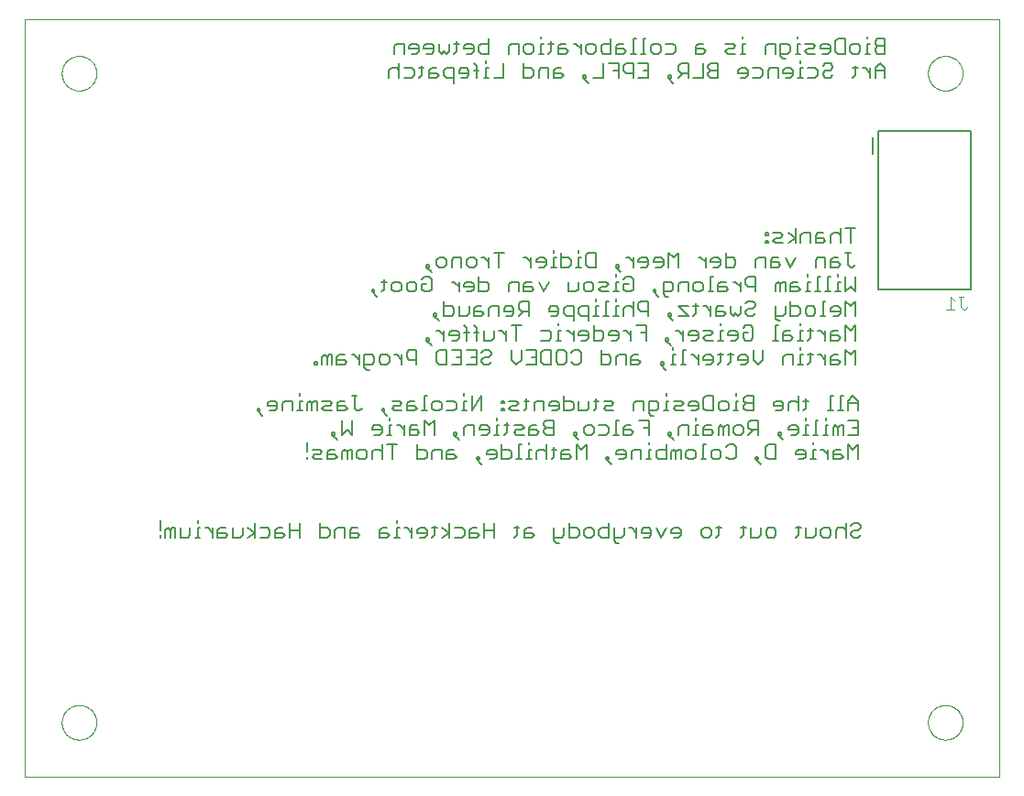
<source format=gbo>
G75*
%MOIN*%
%OFA0B0*%
%FSLAX25Y25*%
%IPPOS*%
%LPD*%
%AMOC8*
5,1,8,0,0,1.08239X$1,22.5*
%
%ADD10C,0.00394*%
%ADD11C,0.00500*%
%ADD12C,0.00000*%
%ADD13C,0.00400*%
D10*
X0020800Y0011800D02*
X0020800Y0287391D01*
X0375131Y0287391D01*
X0375131Y0011800D01*
X0020800Y0011800D01*
D11*
X0070018Y0098664D02*
X0070018Y0099566D01*
X0070018Y0101369D02*
X0070018Y0104976D01*
X0072751Y0102271D02*
X0071849Y0101369D01*
X0071849Y0098664D01*
X0073652Y0098664D02*
X0073652Y0101369D01*
X0072751Y0102271D01*
X0073652Y0101369D02*
X0074554Y0102271D01*
X0075456Y0102271D01*
X0075456Y0098664D01*
X0077287Y0098664D02*
X0077287Y0102271D01*
X0080893Y0102271D02*
X0080893Y0099566D01*
X0079992Y0098664D01*
X0077287Y0098664D01*
X0082715Y0098664D02*
X0084518Y0098664D01*
X0083617Y0098664D02*
X0083617Y0102271D01*
X0084518Y0102271D01*
X0086345Y0102271D02*
X0087246Y0102271D01*
X0089050Y0100468D01*
X0089050Y0102271D02*
X0089050Y0098664D01*
X0090881Y0098664D02*
X0090881Y0101369D01*
X0091782Y0102271D01*
X0093586Y0102271D01*
X0093586Y0100468D02*
X0090881Y0100468D01*
X0090881Y0098664D02*
X0093586Y0098664D01*
X0094488Y0099566D01*
X0093586Y0100468D01*
X0096318Y0098664D02*
X0096318Y0102271D01*
X0096318Y0098664D02*
X0099024Y0098664D01*
X0099925Y0099566D01*
X0099925Y0102271D01*
X0101752Y0102271D02*
X0104457Y0100468D01*
X0101752Y0098664D01*
X0104457Y0098664D02*
X0104457Y0104074D01*
X0106288Y0102271D02*
X0108993Y0102271D01*
X0109894Y0101369D01*
X0109894Y0099566D01*
X0108993Y0098664D01*
X0106288Y0098664D01*
X0111725Y0098664D02*
X0111725Y0101369D01*
X0112627Y0102271D01*
X0114430Y0102271D01*
X0114430Y0100468D02*
X0111725Y0100468D01*
X0111725Y0098664D02*
X0114430Y0098664D01*
X0115332Y0099566D01*
X0114430Y0100468D01*
X0117163Y0101369D02*
X0120770Y0101369D01*
X0120770Y0098664D02*
X0120770Y0104074D01*
X0117163Y0104074D02*
X0117163Y0098664D01*
X0128038Y0098664D02*
X0130744Y0098664D01*
X0131645Y0099566D01*
X0131645Y0101369D01*
X0130744Y0102271D01*
X0128038Y0102271D01*
X0128038Y0104074D02*
X0128038Y0098664D01*
X0133476Y0098664D02*
X0133476Y0101369D01*
X0134378Y0102271D01*
X0137083Y0102271D01*
X0137083Y0098664D01*
X0138914Y0098664D02*
X0138914Y0101369D01*
X0139816Y0102271D01*
X0141619Y0102271D01*
X0141619Y0100468D02*
X0138914Y0100468D01*
X0138914Y0098664D02*
X0141619Y0098664D01*
X0142521Y0099566D01*
X0141619Y0100468D01*
X0149789Y0100468D02*
X0152494Y0100468D01*
X0153396Y0099566D01*
X0152494Y0098664D01*
X0149789Y0098664D01*
X0149789Y0101369D01*
X0150691Y0102271D01*
X0152494Y0102271D01*
X0156120Y0102271D02*
X0156120Y0098664D01*
X0157021Y0098664D02*
X0155218Y0098664D01*
X0156120Y0102271D02*
X0157021Y0102271D01*
X0158848Y0102271D02*
X0159749Y0102271D01*
X0161553Y0100468D01*
X0161553Y0102271D02*
X0161553Y0098664D01*
X0163384Y0100468D02*
X0166990Y0100468D01*
X0166990Y0101369D02*
X0166990Y0099566D01*
X0166089Y0098664D01*
X0164285Y0098664D01*
X0163384Y0100468D02*
X0163384Y0101369D01*
X0164285Y0102271D01*
X0166089Y0102271D01*
X0166990Y0101369D01*
X0168812Y0102271D02*
X0170615Y0102271D01*
X0169714Y0103173D02*
X0169714Y0099566D01*
X0168812Y0098664D01*
X0172442Y0098664D02*
X0175147Y0100468D01*
X0172442Y0102271D01*
X0175147Y0104074D02*
X0175147Y0098664D01*
X0176978Y0098664D02*
X0179683Y0098664D01*
X0180585Y0099566D01*
X0180585Y0101369D01*
X0179683Y0102271D01*
X0176978Y0102271D01*
X0182416Y0101369D02*
X0182416Y0098664D01*
X0185121Y0098664D01*
X0186022Y0099566D01*
X0185121Y0100468D01*
X0182416Y0100468D01*
X0182416Y0101369D02*
X0183317Y0102271D01*
X0185121Y0102271D01*
X0187853Y0101369D02*
X0191460Y0101369D01*
X0191460Y0098664D02*
X0191460Y0104074D01*
X0187853Y0104074D02*
X0187853Y0098664D01*
X0198719Y0098664D02*
X0199621Y0099566D01*
X0199621Y0103173D01*
X0200523Y0102271D02*
X0198719Y0102271D01*
X0202354Y0101369D02*
X0202354Y0098664D01*
X0205059Y0098664D01*
X0205961Y0099566D01*
X0205059Y0100468D01*
X0202354Y0100468D01*
X0202354Y0101369D02*
X0203255Y0102271D01*
X0205059Y0102271D01*
X0213229Y0102271D02*
X0213229Y0097762D01*
X0214131Y0096861D01*
X0215033Y0096861D01*
X0215934Y0098664D02*
X0213229Y0098664D01*
X0215934Y0098664D02*
X0216836Y0099566D01*
X0216836Y0102271D01*
X0218667Y0102271D02*
X0221372Y0102271D01*
X0222274Y0101369D01*
X0222274Y0099566D01*
X0221372Y0098664D01*
X0218667Y0098664D01*
X0218667Y0104074D01*
X0224105Y0101369D02*
X0224105Y0099566D01*
X0225006Y0098664D01*
X0226810Y0098664D01*
X0227711Y0099566D01*
X0227711Y0101369D01*
X0226810Y0102271D01*
X0225006Y0102271D01*
X0224105Y0101369D01*
X0229542Y0101369D02*
X0229542Y0099566D01*
X0230444Y0098664D01*
X0233149Y0098664D01*
X0233149Y0104074D01*
X0233149Y0102271D02*
X0230444Y0102271D01*
X0229542Y0101369D01*
X0234980Y0102271D02*
X0234980Y0097762D01*
X0235882Y0096861D01*
X0236783Y0096861D01*
X0237685Y0098664D02*
X0234980Y0098664D01*
X0237685Y0098664D02*
X0238587Y0099566D01*
X0238587Y0102271D01*
X0240413Y0102271D02*
X0241315Y0102271D01*
X0243118Y0100468D01*
X0243118Y0102271D02*
X0243118Y0098664D01*
X0244949Y0100468D02*
X0248556Y0100468D01*
X0248556Y0101369D02*
X0248556Y0099566D01*
X0247654Y0098664D01*
X0245851Y0098664D01*
X0244949Y0100468D02*
X0244949Y0101369D01*
X0245851Y0102271D01*
X0247654Y0102271D01*
X0248556Y0101369D01*
X0250387Y0102271D02*
X0252190Y0098664D01*
X0253994Y0102271D01*
X0255825Y0101369D02*
X0255825Y0100468D01*
X0259431Y0100468D01*
X0259431Y0101369D02*
X0259431Y0099566D01*
X0258530Y0098664D01*
X0256726Y0098664D01*
X0255825Y0101369D02*
X0256726Y0102271D01*
X0258530Y0102271D01*
X0259431Y0101369D01*
X0266700Y0101369D02*
X0266700Y0099566D01*
X0267602Y0098664D01*
X0269405Y0098664D01*
X0270307Y0099566D01*
X0270307Y0101369D01*
X0269405Y0102271D01*
X0267602Y0102271D01*
X0266700Y0101369D01*
X0272129Y0102271D02*
X0273932Y0102271D01*
X0273030Y0103173D02*
X0273030Y0099566D01*
X0272129Y0098664D01*
X0281191Y0098664D02*
X0282093Y0099566D01*
X0282093Y0103173D01*
X0282995Y0102271D02*
X0281191Y0102271D01*
X0284826Y0102271D02*
X0284826Y0098664D01*
X0287531Y0098664D01*
X0288432Y0099566D01*
X0288432Y0102271D01*
X0290263Y0101369D02*
X0290263Y0099566D01*
X0291165Y0098664D01*
X0292968Y0098664D01*
X0293870Y0099566D01*
X0293870Y0101369D01*
X0292968Y0102271D01*
X0291165Y0102271D01*
X0290263Y0101369D01*
X0301130Y0102271D02*
X0302933Y0102271D01*
X0302031Y0103173D02*
X0302031Y0099566D01*
X0301130Y0098664D01*
X0304764Y0098664D02*
X0304764Y0102271D01*
X0308371Y0102271D02*
X0308371Y0099566D01*
X0307469Y0098664D01*
X0304764Y0098664D01*
X0310202Y0099566D02*
X0310202Y0101369D01*
X0311103Y0102271D01*
X0312907Y0102271D01*
X0313808Y0101369D01*
X0313808Y0099566D01*
X0312907Y0098664D01*
X0311103Y0098664D01*
X0310202Y0099566D01*
X0315639Y0098664D02*
X0315639Y0101369D01*
X0316541Y0102271D01*
X0318344Y0102271D01*
X0319246Y0101369D01*
X0321077Y0100468D02*
X0321077Y0099566D01*
X0321979Y0098664D01*
X0323782Y0098664D01*
X0324684Y0099566D01*
X0323782Y0101369D02*
X0321979Y0101369D01*
X0321077Y0100468D01*
X0319246Y0098664D02*
X0319246Y0104074D01*
X0321077Y0103173D02*
X0321979Y0104074D01*
X0323782Y0104074D01*
X0324684Y0103173D01*
X0324684Y0102271D01*
X0323782Y0101369D01*
X0323700Y0127207D02*
X0323700Y0132618D01*
X0321896Y0130814D01*
X0320093Y0132618D01*
X0320093Y0127207D01*
X0318262Y0128109D02*
X0317360Y0129011D01*
X0314655Y0129011D01*
X0314655Y0129913D02*
X0314655Y0127207D01*
X0317360Y0127207D01*
X0318262Y0128109D01*
X0317360Y0130814D02*
X0315557Y0130814D01*
X0314655Y0129913D01*
X0312824Y0130814D02*
X0312824Y0127207D01*
X0312824Y0129011D02*
X0311021Y0130814D01*
X0310119Y0130814D01*
X0308293Y0130814D02*
X0307391Y0130814D01*
X0307391Y0127207D01*
X0308293Y0127207D02*
X0306489Y0127207D01*
X0304668Y0128109D02*
X0304668Y0129913D01*
X0303766Y0130814D01*
X0301963Y0130814D01*
X0301061Y0129913D01*
X0301061Y0129011D01*
X0304668Y0129011D01*
X0304668Y0128109D02*
X0303766Y0127207D01*
X0301963Y0127207D01*
X0307391Y0132618D02*
X0307391Y0133519D01*
X0307396Y0136066D02*
X0309199Y0136066D01*
X0308297Y0136066D02*
X0308297Y0141476D01*
X0309199Y0141476D01*
X0311923Y0141476D02*
X0311923Y0142378D01*
X0312833Y0144924D02*
X0314637Y0144924D01*
X0313735Y0144924D02*
X0313735Y0150334D01*
X0314637Y0150334D01*
X0317360Y0150334D02*
X0317360Y0144924D01*
X0316459Y0144924D02*
X0318262Y0144924D01*
X0320093Y0144924D02*
X0320093Y0148531D01*
X0321896Y0150334D01*
X0323700Y0148531D01*
X0323700Y0144924D01*
X0323700Y0147629D02*
X0320093Y0147629D01*
X0318262Y0150334D02*
X0317360Y0150334D01*
X0320093Y0141476D02*
X0323700Y0141476D01*
X0323700Y0136066D01*
X0320093Y0136066D01*
X0318262Y0136066D02*
X0318262Y0139673D01*
X0317360Y0139673D01*
X0316459Y0138771D01*
X0315557Y0139673D01*
X0314655Y0138771D01*
X0314655Y0136066D01*
X0316459Y0136066D02*
X0316459Y0138771D01*
X0312824Y0139673D02*
X0311923Y0139673D01*
X0311923Y0136066D01*
X0312824Y0136066D02*
X0311021Y0136066D01*
X0305574Y0136066D02*
X0303771Y0136066D01*
X0304672Y0136066D02*
X0304672Y0139673D01*
X0305574Y0139673D01*
X0304672Y0141476D02*
X0304672Y0142378D01*
X0303771Y0144924D02*
X0304672Y0145826D01*
X0304672Y0149432D01*
X0305574Y0148531D02*
X0303771Y0148531D01*
X0301949Y0147629D02*
X0301047Y0148531D01*
X0299244Y0148531D01*
X0298342Y0147629D01*
X0298342Y0144924D01*
X0296511Y0145826D02*
X0296511Y0147629D01*
X0295609Y0148531D01*
X0293806Y0148531D01*
X0292904Y0147629D01*
X0292904Y0146727D01*
X0296511Y0146727D01*
X0296511Y0145826D02*
X0295609Y0144924D01*
X0293806Y0144924D01*
X0287448Y0141476D02*
X0284743Y0141476D01*
X0283841Y0140574D01*
X0283841Y0138771D01*
X0284743Y0137869D01*
X0287448Y0137869D01*
X0285645Y0137869D02*
X0283841Y0136066D01*
X0282011Y0136967D02*
X0281109Y0136066D01*
X0279305Y0136066D01*
X0278404Y0136967D01*
X0278404Y0138771D01*
X0279305Y0139673D01*
X0281109Y0139673D01*
X0282011Y0138771D01*
X0282011Y0136967D01*
X0276573Y0136066D02*
X0276573Y0139673D01*
X0275671Y0139673D01*
X0274769Y0138771D01*
X0273868Y0139673D01*
X0272966Y0138771D01*
X0272966Y0136066D01*
X0274769Y0136066D02*
X0274769Y0138771D01*
X0271135Y0136967D02*
X0270233Y0137869D01*
X0267528Y0137869D01*
X0267528Y0138771D02*
X0267528Y0136066D01*
X0270233Y0136066D01*
X0271135Y0136967D01*
X0270233Y0139673D02*
X0268430Y0139673D01*
X0267528Y0138771D01*
X0265697Y0139673D02*
X0264796Y0139673D01*
X0264796Y0136066D01*
X0265697Y0136066D02*
X0263894Y0136066D01*
X0262072Y0136066D02*
X0262072Y0139673D01*
X0259367Y0139673D01*
X0258466Y0138771D01*
X0258466Y0136066D01*
X0256635Y0134262D02*
X0254831Y0136066D01*
X0255733Y0136066D01*
X0255733Y0136967D01*
X0254831Y0136967D01*
X0254831Y0136066D01*
X0247572Y0136066D02*
X0247572Y0141476D01*
X0243965Y0141476D01*
X0245768Y0138771D02*
X0247572Y0138771D01*
X0247576Y0133519D02*
X0247576Y0132618D01*
X0247576Y0130814D02*
X0247576Y0127207D01*
X0246675Y0127207D02*
X0248478Y0127207D01*
X0250309Y0128109D02*
X0250309Y0129913D01*
X0251211Y0130814D01*
X0253916Y0130814D01*
X0253916Y0132618D02*
X0253916Y0127207D01*
X0251211Y0127207D01*
X0250309Y0128109D01*
X0248478Y0130814D02*
X0247576Y0130814D01*
X0244853Y0130814D02*
X0244853Y0127207D01*
X0241246Y0127207D02*
X0241246Y0129913D01*
X0242148Y0130814D01*
X0244853Y0130814D01*
X0239415Y0129913D02*
X0238513Y0130814D01*
X0236710Y0130814D01*
X0235808Y0129913D01*
X0235808Y0129011D01*
X0239415Y0129011D01*
X0239415Y0128109D02*
X0239415Y0129913D01*
X0239415Y0128109D02*
X0238513Y0127207D01*
X0236710Y0127207D01*
X0233977Y0125404D02*
X0232174Y0127207D01*
X0233076Y0127207D01*
X0233076Y0128109D01*
X0232174Y0128109D01*
X0232174Y0127207D01*
X0224915Y0127207D02*
X0224915Y0132618D01*
X0223111Y0130814D01*
X0221308Y0132618D01*
X0221308Y0127207D01*
X0219477Y0128109D02*
X0218575Y0129011D01*
X0215870Y0129011D01*
X0215870Y0129913D02*
X0215870Y0127207D01*
X0218575Y0127207D01*
X0219477Y0128109D01*
X0218575Y0130814D02*
X0216772Y0130814D01*
X0215870Y0129913D01*
X0214039Y0130814D02*
X0212236Y0130814D01*
X0213137Y0131716D02*
X0213137Y0128109D01*
X0212236Y0127207D01*
X0210414Y0127207D02*
X0210414Y0132618D01*
X0209512Y0130814D02*
X0207709Y0130814D01*
X0206807Y0129913D01*
X0206807Y0127207D01*
X0204976Y0127207D02*
X0203173Y0127207D01*
X0204075Y0127207D02*
X0204075Y0130814D01*
X0204976Y0130814D01*
X0204075Y0132618D02*
X0204075Y0133519D01*
X0204088Y0136066D02*
X0206793Y0136066D01*
X0207695Y0136967D01*
X0206793Y0137869D01*
X0204088Y0137869D01*
X0204088Y0138771D02*
X0204088Y0136066D01*
X0202257Y0136066D02*
X0199552Y0136066D01*
X0198651Y0136967D01*
X0199552Y0137869D01*
X0201356Y0137869D01*
X0202257Y0138771D01*
X0201356Y0139673D01*
X0198651Y0139673D01*
X0196820Y0139673D02*
X0195016Y0139673D01*
X0195918Y0140574D02*
X0195918Y0136967D01*
X0195016Y0136066D01*
X0193195Y0136066D02*
X0191391Y0136066D01*
X0192293Y0136066D02*
X0192293Y0139673D01*
X0193195Y0139673D01*
X0192293Y0141476D02*
X0192293Y0142378D01*
X0194105Y0144924D02*
X0195007Y0144924D01*
X0195007Y0145826D01*
X0194105Y0145826D01*
X0194105Y0144924D01*
X0194105Y0147629D02*
X0195007Y0147629D01*
X0195007Y0148531D01*
X0194105Y0148531D01*
X0194105Y0147629D01*
X0196838Y0148531D02*
X0199543Y0148531D01*
X0200445Y0147629D01*
X0199543Y0146727D01*
X0197740Y0146727D01*
X0196838Y0145826D01*
X0197740Y0144924D01*
X0200445Y0144924D01*
X0202267Y0144924D02*
X0203168Y0145826D01*
X0203168Y0149432D01*
X0204070Y0148531D02*
X0202267Y0148531D01*
X0205901Y0147629D02*
X0205901Y0144924D01*
X0205901Y0147629D02*
X0206803Y0148531D01*
X0209508Y0148531D01*
X0209508Y0144924D01*
X0211339Y0146727D02*
X0214945Y0146727D01*
X0214945Y0145826D02*
X0214945Y0147629D01*
X0214044Y0148531D01*
X0212240Y0148531D01*
X0211339Y0147629D01*
X0211339Y0146727D01*
X0212240Y0144924D02*
X0214044Y0144924D01*
X0214945Y0145826D01*
X0216776Y0144924D02*
X0216776Y0150334D01*
X0216776Y0148531D02*
X0219481Y0148531D01*
X0220383Y0147629D01*
X0220383Y0145826D01*
X0219481Y0144924D01*
X0216776Y0144924D01*
X0222214Y0144924D02*
X0222214Y0148531D01*
X0225821Y0148531D02*
X0225821Y0145826D01*
X0224919Y0144924D01*
X0222214Y0144924D01*
X0227643Y0144924D02*
X0228544Y0145826D01*
X0228544Y0149432D01*
X0229446Y0148531D02*
X0227643Y0148531D01*
X0231277Y0148531D02*
X0233982Y0148531D01*
X0234884Y0147629D01*
X0233982Y0146727D01*
X0232179Y0146727D01*
X0231277Y0145826D01*
X0232179Y0144924D01*
X0234884Y0144924D01*
X0235795Y0141476D02*
X0235795Y0136066D01*
X0236696Y0136066D02*
X0234893Y0136066D01*
X0233071Y0136967D02*
X0232169Y0136066D01*
X0229464Y0136066D01*
X0227633Y0136967D02*
X0226732Y0136066D01*
X0224928Y0136066D01*
X0224027Y0136967D01*
X0224027Y0138771D01*
X0224928Y0139673D01*
X0226732Y0139673D01*
X0227633Y0138771D01*
X0227633Y0136967D01*
X0229464Y0139673D02*
X0232169Y0139673D01*
X0233071Y0138771D01*
X0233071Y0136967D01*
X0235795Y0141476D02*
X0236696Y0141476D01*
X0238527Y0138771D02*
X0238527Y0136066D01*
X0241232Y0136066D01*
X0242134Y0136967D01*
X0241232Y0137869D01*
X0238527Y0137869D01*
X0238527Y0138771D02*
X0239429Y0139673D01*
X0241232Y0139673D01*
X0242152Y0144924D02*
X0242152Y0147629D01*
X0243054Y0148531D01*
X0245759Y0148531D01*
X0245759Y0144924D01*
X0247590Y0144924D02*
X0250295Y0144924D01*
X0251197Y0145826D01*
X0251197Y0147629D01*
X0250295Y0148531D01*
X0247590Y0148531D01*
X0247590Y0144022D01*
X0248492Y0143121D01*
X0249393Y0143121D01*
X0253019Y0144924D02*
X0254822Y0144924D01*
X0253920Y0144924D02*
X0253920Y0148531D01*
X0254822Y0148531D01*
X0256653Y0148531D02*
X0259358Y0148531D01*
X0260260Y0147629D01*
X0259358Y0146727D01*
X0257555Y0146727D01*
X0256653Y0145826D01*
X0257555Y0144924D01*
X0260260Y0144924D01*
X0262091Y0146727D02*
X0265697Y0146727D01*
X0265697Y0145826D02*
X0265697Y0147629D01*
X0264796Y0148531D01*
X0262992Y0148531D01*
X0262091Y0147629D01*
X0262091Y0146727D01*
X0262992Y0144924D02*
X0264796Y0144924D01*
X0265697Y0145826D01*
X0267528Y0145826D02*
X0267528Y0149432D01*
X0268430Y0150334D01*
X0271135Y0150334D01*
X0271135Y0144924D01*
X0268430Y0144924D01*
X0267528Y0145826D01*
X0264796Y0142378D02*
X0264796Y0141476D01*
X0272966Y0145826D02*
X0272966Y0147629D01*
X0273868Y0148531D01*
X0275671Y0148531D01*
X0276573Y0147629D01*
X0276573Y0145826D01*
X0275671Y0144924D01*
X0273868Y0144924D01*
X0272966Y0145826D01*
X0278395Y0144924D02*
X0280198Y0144924D01*
X0279296Y0144924D02*
X0279296Y0148531D01*
X0280198Y0148531D01*
X0282029Y0148531D02*
X0282931Y0147629D01*
X0285636Y0147629D01*
X0285636Y0144924D02*
X0282931Y0144924D01*
X0282029Y0145826D01*
X0282029Y0146727D01*
X0282931Y0147629D01*
X0282029Y0148531D02*
X0282029Y0149432D01*
X0282931Y0150334D01*
X0285636Y0150334D01*
X0285636Y0144924D01*
X0279296Y0150334D02*
X0279296Y0151236D01*
X0281040Y0161656D02*
X0282843Y0161656D01*
X0283745Y0162558D01*
X0283745Y0164361D01*
X0282843Y0165263D01*
X0281040Y0165263D01*
X0280138Y0164361D01*
X0280138Y0163460D01*
X0283745Y0163460D01*
X0285576Y0163460D02*
X0285576Y0167066D01*
X0284656Y0170515D02*
X0282853Y0170515D01*
X0281951Y0171416D01*
X0281951Y0173220D01*
X0283754Y0173220D01*
X0281951Y0175023D02*
X0282853Y0175925D01*
X0284656Y0175925D01*
X0285558Y0175023D01*
X0285558Y0171416D01*
X0284656Y0170515D01*
X0280120Y0171416D02*
X0280120Y0173220D01*
X0279218Y0174121D01*
X0277415Y0174121D01*
X0276513Y0173220D01*
X0276513Y0172318D01*
X0280120Y0172318D01*
X0280120Y0171416D02*
X0279218Y0170515D01*
X0277415Y0170515D01*
X0274682Y0170515D02*
X0272879Y0170515D01*
X0273781Y0170515D02*
X0273781Y0174121D01*
X0274682Y0174121D01*
X0273781Y0175925D02*
X0273781Y0176826D01*
X0274687Y0179373D02*
X0271982Y0179373D01*
X0271982Y0182078D01*
X0272883Y0182980D01*
X0274687Y0182980D01*
X0274687Y0181176D02*
X0271982Y0181176D01*
X0270151Y0181176D02*
X0268347Y0182980D01*
X0267446Y0182980D01*
X0265619Y0182980D02*
X0263816Y0182980D01*
X0264718Y0183881D02*
X0264718Y0180275D01*
X0263816Y0179373D01*
X0261994Y0179373D02*
X0258388Y0179373D01*
X0256557Y0177569D02*
X0254753Y0179373D01*
X0255655Y0179373D01*
X0255655Y0180275D01*
X0254753Y0180275D01*
X0254753Y0179373D01*
X0258388Y0182980D02*
X0261994Y0179373D01*
X0261994Y0182980D02*
X0258388Y0182980D01*
X0254753Y0186428D02*
X0253852Y0186428D01*
X0252950Y0187329D01*
X0252950Y0191838D01*
X0255655Y0191838D01*
X0256557Y0190936D01*
X0256557Y0189133D01*
X0255655Y0188231D01*
X0252950Y0188231D01*
X0251119Y0186428D02*
X0249316Y0188231D01*
X0250217Y0188231D01*
X0250217Y0189133D01*
X0249316Y0189133D01*
X0249316Y0188231D01*
X0247494Y0184783D02*
X0244789Y0184783D01*
X0243887Y0183881D01*
X0243887Y0182078D01*
X0244789Y0181176D01*
X0247494Y0181176D01*
X0247494Y0179373D02*
X0247494Y0184783D01*
X0242056Y0184783D02*
X0242056Y0179373D01*
X0242056Y0182078D02*
X0241154Y0182980D01*
X0239351Y0182980D01*
X0238449Y0182078D01*
X0238449Y0179373D01*
X0236618Y0179373D02*
X0234815Y0179373D01*
X0235717Y0179373D02*
X0235717Y0182980D01*
X0236618Y0182980D01*
X0235717Y0184783D02*
X0235717Y0185685D01*
X0235717Y0188231D02*
X0235717Y0191838D01*
X0236618Y0191838D01*
X0235717Y0193641D02*
X0235717Y0194543D01*
X0237525Y0195286D02*
X0235721Y0197089D01*
X0236623Y0197089D01*
X0236623Y0197991D01*
X0235721Y0197991D01*
X0235721Y0197089D01*
X0239351Y0193641D02*
X0238449Y0192740D01*
X0239351Y0193641D02*
X0241154Y0193641D01*
X0242056Y0192740D01*
X0242056Y0189133D01*
X0241154Y0188231D01*
X0239351Y0188231D01*
X0238449Y0189133D01*
X0238449Y0190936D01*
X0240253Y0190936D01*
X0236618Y0188231D02*
X0234815Y0188231D01*
X0232993Y0188231D02*
X0230288Y0188231D01*
X0229386Y0189133D01*
X0230288Y0190034D01*
X0232091Y0190034D01*
X0232993Y0190936D01*
X0232091Y0191838D01*
X0229386Y0191838D01*
X0227555Y0190936D02*
X0227555Y0189133D01*
X0226654Y0188231D01*
X0224850Y0188231D01*
X0223949Y0189133D01*
X0223949Y0190936D01*
X0224850Y0191838D01*
X0226654Y0191838D01*
X0227555Y0190936D01*
X0228466Y0185685D02*
X0228466Y0184783D01*
X0228466Y0182980D02*
X0228466Y0179373D01*
X0227565Y0179373D02*
X0229368Y0179373D01*
X0231190Y0179373D02*
X0232993Y0179373D01*
X0232091Y0179373D02*
X0232091Y0184783D01*
X0232993Y0184783D01*
X0229368Y0182980D02*
X0228466Y0182980D01*
X0225743Y0182980D02*
X0225743Y0177569D01*
X0225743Y0179373D02*
X0223038Y0179373D01*
X0222136Y0180275D01*
X0222136Y0182078D01*
X0223038Y0182980D01*
X0225743Y0182980D01*
X0220305Y0182980D02*
X0220305Y0177569D01*
X0220305Y0179373D02*
X0217600Y0179373D01*
X0216698Y0180275D01*
X0216698Y0182078D01*
X0217600Y0182980D01*
X0220305Y0182980D01*
X0221216Y0188231D02*
X0218511Y0188231D01*
X0218511Y0191838D01*
X0222118Y0191838D02*
X0222118Y0189133D01*
X0221216Y0188231D01*
X0214867Y0182078D02*
X0213966Y0182980D01*
X0212162Y0182980D01*
X0211261Y0182078D01*
X0211261Y0181176D01*
X0214867Y0181176D01*
X0214867Y0180275D02*
X0214867Y0182078D01*
X0214867Y0180275D02*
X0213966Y0179373D01*
X0212162Y0179373D01*
X0214872Y0176826D02*
X0214872Y0175925D01*
X0214872Y0174121D02*
X0214872Y0170515D01*
X0215774Y0170515D02*
X0213970Y0170515D01*
X0212149Y0171416D02*
X0211247Y0170515D01*
X0208542Y0170515D01*
X0209444Y0167066D02*
X0212149Y0167066D01*
X0212149Y0161656D01*
X0209444Y0161656D01*
X0208542Y0162558D01*
X0208542Y0166165D01*
X0209444Y0167066D01*
X0206711Y0167066D02*
X0206711Y0161656D01*
X0203104Y0161656D01*
X0201273Y0163460D02*
X0199470Y0161656D01*
X0197666Y0163460D01*
X0197666Y0167066D01*
X0201273Y0167066D02*
X0201273Y0163460D01*
X0204908Y0164361D02*
X0206711Y0164361D01*
X0206711Y0167066D02*
X0203104Y0167066D01*
X0199470Y0170515D02*
X0199470Y0175925D01*
X0201273Y0175925D02*
X0197666Y0175925D01*
X0195836Y0174121D02*
X0195836Y0170515D01*
X0195836Y0172318D02*
X0194032Y0174121D01*
X0193130Y0174121D01*
X0191304Y0174121D02*
X0191304Y0171416D01*
X0190402Y0170515D01*
X0187697Y0170515D01*
X0187697Y0174121D01*
X0185866Y0173220D02*
X0184063Y0173220D01*
X0182241Y0173220D02*
X0180438Y0173220D01*
X0178616Y0173220D02*
X0178616Y0171416D01*
X0177714Y0170515D01*
X0175911Y0170515D01*
X0175009Y0172318D02*
X0178616Y0172318D01*
X0178616Y0173220D02*
X0177714Y0174121D01*
X0175911Y0174121D01*
X0175009Y0173220D01*
X0175009Y0172318D01*
X0173178Y0172318D02*
X0171375Y0174121D01*
X0170473Y0174121D01*
X0173178Y0174121D02*
X0173178Y0170515D01*
X0174085Y0167066D02*
X0171380Y0167066D01*
X0170478Y0166165D01*
X0170478Y0162558D01*
X0171380Y0161656D01*
X0174085Y0161656D01*
X0174085Y0167066D01*
X0175916Y0167066D02*
X0179522Y0167066D01*
X0179522Y0161656D01*
X0175916Y0161656D01*
X0177719Y0164361D02*
X0179522Y0164361D01*
X0181353Y0161656D02*
X0184960Y0161656D01*
X0184960Y0167066D01*
X0181353Y0167066D01*
X0183157Y0164361D02*
X0184960Y0164361D01*
X0186791Y0163460D02*
X0186791Y0162558D01*
X0187693Y0161656D01*
X0189496Y0161656D01*
X0190398Y0162558D01*
X0189496Y0164361D02*
X0187693Y0164361D01*
X0186791Y0163460D01*
X0186791Y0166165D02*
X0187693Y0167066D01*
X0189496Y0167066D01*
X0190398Y0166165D01*
X0190398Y0165263D01*
X0189496Y0164361D01*
X0184965Y0170515D02*
X0184965Y0175023D01*
X0184063Y0175925D01*
X0181340Y0175023D02*
X0180438Y0175925D01*
X0181340Y0175023D02*
X0181340Y0170515D01*
X0181340Y0179373D02*
X0178634Y0179373D01*
X0178634Y0182980D01*
X0176804Y0182078D02*
X0175902Y0182980D01*
X0173197Y0182980D01*
X0173197Y0184783D02*
X0173197Y0179373D01*
X0175902Y0179373D01*
X0176804Y0180275D01*
X0176804Y0182078D01*
X0181340Y0179373D02*
X0182241Y0180275D01*
X0182241Y0182980D01*
X0184072Y0182078D02*
X0184072Y0179373D01*
X0186777Y0179373D01*
X0187679Y0180275D01*
X0186777Y0181176D01*
X0184072Y0181176D01*
X0184072Y0182078D02*
X0184974Y0182980D01*
X0186777Y0182980D01*
X0189510Y0182078D02*
X0189510Y0179373D01*
X0189510Y0182078D02*
X0190412Y0182980D01*
X0193117Y0182980D01*
X0193117Y0179373D01*
X0194948Y0181176D02*
X0198554Y0181176D01*
X0198554Y0180275D02*
X0198554Y0182078D01*
X0197653Y0182980D01*
X0195849Y0182980D01*
X0194948Y0182078D01*
X0194948Y0181176D01*
X0195849Y0179373D02*
X0197653Y0179373D01*
X0198554Y0180275D01*
X0200385Y0179373D02*
X0202189Y0181176D01*
X0201287Y0181176D02*
X0203992Y0181176D01*
X0203992Y0179373D02*
X0203992Y0184783D01*
X0201287Y0184783D01*
X0200385Y0183881D01*
X0200385Y0182078D01*
X0201287Y0181176D01*
X0202198Y0188231D02*
X0204903Y0188231D01*
X0205805Y0189133D01*
X0204903Y0190034D01*
X0202198Y0190034D01*
X0202198Y0190936D02*
X0202198Y0188231D01*
X0200367Y0188231D02*
X0200367Y0191838D01*
X0197662Y0191838D01*
X0196760Y0190936D01*
X0196760Y0188231D01*
X0202198Y0190936D02*
X0203100Y0191838D01*
X0204903Y0191838D01*
X0207636Y0191838D02*
X0209439Y0188231D01*
X0211242Y0191838D01*
X0212158Y0197089D02*
X0213961Y0197089D01*
X0213059Y0197089D02*
X0213059Y0200696D01*
X0213961Y0200696D01*
X0215792Y0200696D02*
X0218497Y0200696D01*
X0219399Y0199794D01*
X0219399Y0197991D01*
X0218497Y0197089D01*
X0215792Y0197089D01*
X0215792Y0202499D01*
X0213059Y0202499D02*
X0213059Y0203401D01*
X0210336Y0199794D02*
X0209434Y0200696D01*
X0207631Y0200696D01*
X0206729Y0199794D01*
X0206729Y0198893D01*
X0210336Y0198893D01*
X0210336Y0199794D02*
X0210336Y0197991D01*
X0209434Y0197089D01*
X0207631Y0197089D01*
X0204898Y0197089D02*
X0204898Y0200696D01*
X0204898Y0198893D02*
X0203095Y0200696D01*
X0202193Y0200696D01*
X0194929Y0202499D02*
X0191322Y0202499D01*
X0193126Y0202499D02*
X0193126Y0197089D01*
X0189491Y0197089D02*
X0189491Y0200696D01*
X0189491Y0198893D02*
X0187688Y0200696D01*
X0186786Y0200696D01*
X0184960Y0199794D02*
X0184960Y0197991D01*
X0184058Y0197089D01*
X0182255Y0197089D01*
X0181353Y0197991D01*
X0181353Y0199794D01*
X0182255Y0200696D01*
X0184058Y0200696D01*
X0184960Y0199794D01*
X0179522Y0200696D02*
X0179522Y0197089D01*
X0175916Y0197089D02*
X0175916Y0199794D01*
X0176817Y0200696D01*
X0179522Y0200696D01*
X0174085Y0199794D02*
X0174085Y0197991D01*
X0173183Y0197089D01*
X0171380Y0197089D01*
X0170478Y0197991D01*
X0170478Y0199794D01*
X0171380Y0200696D01*
X0173183Y0200696D01*
X0174085Y0199794D01*
X0168647Y0195286D02*
X0166844Y0197089D01*
X0167745Y0197089D01*
X0167745Y0197991D01*
X0166844Y0197991D01*
X0166844Y0197089D01*
X0167745Y0193641D02*
X0168647Y0192740D01*
X0168647Y0189133D01*
X0167745Y0188231D01*
X0165942Y0188231D01*
X0165040Y0189133D01*
X0165040Y0190936D01*
X0166844Y0190936D01*
X0165040Y0192740D02*
X0165942Y0193641D01*
X0167745Y0193641D01*
X0163209Y0190936D02*
X0163209Y0189133D01*
X0162308Y0188231D01*
X0160504Y0188231D01*
X0159602Y0189133D01*
X0159602Y0190936D01*
X0160504Y0191838D01*
X0162308Y0191838D01*
X0163209Y0190936D01*
X0157772Y0190936D02*
X0157772Y0189133D01*
X0156870Y0188231D01*
X0155066Y0188231D01*
X0154165Y0189133D01*
X0154165Y0190936D01*
X0155066Y0191838D01*
X0156870Y0191838D01*
X0157772Y0190936D01*
X0152334Y0191838D02*
X0150530Y0191838D01*
X0151432Y0192740D02*
X0151432Y0189133D01*
X0150530Y0188231D01*
X0148709Y0186428D02*
X0146905Y0188231D01*
X0147807Y0188231D01*
X0147807Y0189133D01*
X0146905Y0189133D01*
X0146905Y0188231D01*
X0169562Y0180275D02*
X0170464Y0180275D01*
X0170464Y0179373D01*
X0169562Y0179373D01*
X0169562Y0180275D01*
X0169562Y0179373D02*
X0171366Y0177569D01*
X0167745Y0171416D02*
X0167745Y0170515D01*
X0166844Y0170515D01*
X0166844Y0171416D01*
X0167745Y0171416D01*
X0166844Y0170515D02*
X0168647Y0168711D01*
X0163209Y0167066D02*
X0160504Y0167066D01*
X0159602Y0166165D01*
X0159602Y0164361D01*
X0160504Y0163460D01*
X0163209Y0163460D01*
X0163209Y0161656D02*
X0163209Y0167066D01*
X0157772Y0165263D02*
X0157772Y0161656D01*
X0157772Y0163460D02*
X0155968Y0165263D01*
X0155066Y0165263D01*
X0153240Y0164361D02*
X0153240Y0162558D01*
X0152338Y0161656D01*
X0150535Y0161656D01*
X0149633Y0162558D01*
X0149633Y0164361D01*
X0150535Y0165263D01*
X0152338Y0165263D01*
X0153240Y0164361D01*
X0147802Y0164361D02*
X0147802Y0162558D01*
X0146901Y0161656D01*
X0144196Y0161656D01*
X0144196Y0160755D02*
X0144196Y0165263D01*
X0146901Y0165263D01*
X0147802Y0164361D01*
X0145999Y0159853D02*
X0145097Y0159853D01*
X0144196Y0160755D01*
X0142365Y0161656D02*
X0142365Y0165263D01*
X0142365Y0163460D02*
X0140561Y0165263D01*
X0139660Y0165263D01*
X0136932Y0165263D02*
X0135128Y0165263D01*
X0134227Y0164361D01*
X0134227Y0161656D01*
X0136932Y0161656D01*
X0137833Y0162558D01*
X0136932Y0163460D01*
X0134227Y0163460D01*
X0132396Y0165263D02*
X0132396Y0161656D01*
X0130592Y0161656D02*
X0130592Y0164361D01*
X0129691Y0165263D01*
X0128789Y0164361D01*
X0128789Y0161656D01*
X0126958Y0161656D02*
X0126056Y0161656D01*
X0126056Y0162558D01*
X0126958Y0162558D01*
X0126958Y0161656D01*
X0130592Y0164361D02*
X0131494Y0165263D01*
X0132396Y0165263D01*
X0120696Y0151236D02*
X0120696Y0150334D01*
X0120696Y0148531D02*
X0120696Y0144924D01*
X0119795Y0144924D02*
X0121598Y0144924D01*
X0123429Y0144924D02*
X0123429Y0147629D01*
X0124331Y0148531D01*
X0125232Y0147629D01*
X0125232Y0144924D01*
X0127036Y0144924D02*
X0127036Y0148531D01*
X0126134Y0148531D01*
X0125232Y0147629D01*
X0121598Y0148531D02*
X0120696Y0148531D01*
X0117973Y0148531D02*
X0115268Y0148531D01*
X0114366Y0147629D01*
X0114366Y0144924D01*
X0112535Y0145826D02*
X0112535Y0147629D01*
X0111634Y0148531D01*
X0109830Y0148531D01*
X0108929Y0147629D01*
X0108929Y0146727D01*
X0112535Y0146727D01*
X0112535Y0145826D02*
X0111634Y0144924D01*
X0109830Y0144924D01*
X0107098Y0143121D02*
X0105294Y0144924D01*
X0106196Y0144924D01*
X0106196Y0145826D01*
X0105294Y0145826D01*
X0105294Y0144924D01*
X0117973Y0144924D02*
X0117973Y0148531D01*
X0128867Y0148531D02*
X0131572Y0148531D01*
X0132474Y0147629D01*
X0131572Y0146727D01*
X0129768Y0146727D01*
X0128867Y0145826D01*
X0129768Y0144924D01*
X0132474Y0144924D01*
X0134305Y0144924D02*
X0137010Y0144924D01*
X0137911Y0145826D01*
X0137010Y0146727D01*
X0134305Y0146727D01*
X0134305Y0147629D02*
X0134305Y0144924D01*
X0134305Y0147629D02*
X0135206Y0148531D01*
X0137010Y0148531D01*
X0139742Y0150334D02*
X0141546Y0150334D01*
X0140644Y0150334D02*
X0140644Y0145826D01*
X0141546Y0144924D01*
X0142447Y0144924D01*
X0143349Y0145826D01*
X0139724Y0141476D02*
X0139724Y0136066D01*
X0137920Y0137869D01*
X0136117Y0136066D01*
X0136117Y0141476D01*
X0133384Y0136967D02*
X0132483Y0136967D01*
X0132483Y0136066D01*
X0133384Y0136066D01*
X0133384Y0136967D01*
X0132483Y0136066D02*
X0134286Y0134262D01*
X0133384Y0130814D02*
X0131581Y0130814D01*
X0130679Y0129913D01*
X0130679Y0127207D01*
X0133384Y0127207D01*
X0134286Y0128109D01*
X0133384Y0129011D01*
X0130679Y0129011D01*
X0128848Y0129913D02*
X0127947Y0130814D01*
X0125242Y0130814D01*
X0126143Y0129011D02*
X0125242Y0128109D01*
X0126143Y0127207D01*
X0128848Y0127207D01*
X0127947Y0129011D02*
X0128848Y0129913D01*
X0127947Y0129011D02*
X0126143Y0129011D01*
X0123411Y0129913D02*
X0123411Y0133519D01*
X0123411Y0128109D02*
X0123411Y0127207D01*
X0136117Y0127207D02*
X0136117Y0129913D01*
X0137019Y0130814D01*
X0137920Y0129913D01*
X0137920Y0127207D01*
X0139724Y0127207D02*
X0139724Y0130814D01*
X0138822Y0130814D01*
X0137920Y0129913D01*
X0141555Y0129913D02*
X0142456Y0130814D01*
X0144260Y0130814D01*
X0145162Y0129913D01*
X0145162Y0128109D01*
X0144260Y0127207D01*
X0142456Y0127207D01*
X0141555Y0128109D01*
X0141555Y0129913D01*
X0146992Y0129913D02*
X0147894Y0130814D01*
X0149698Y0130814D01*
X0150599Y0129913D01*
X0150599Y0132618D02*
X0150599Y0127207D01*
X0146992Y0127207D02*
X0146992Y0129913D01*
X0152430Y0132618D02*
X0156037Y0132618D01*
X0154234Y0132618D02*
X0154234Y0127207D01*
X0163306Y0127207D02*
X0166011Y0127207D01*
X0166912Y0128109D01*
X0166912Y0129913D01*
X0166011Y0130814D01*
X0163306Y0130814D01*
X0163306Y0132618D02*
X0163306Y0127207D01*
X0168743Y0127207D02*
X0168743Y0129913D01*
X0169645Y0130814D01*
X0172350Y0130814D01*
X0172350Y0127207D01*
X0174181Y0127207D02*
X0176886Y0127207D01*
X0177788Y0128109D01*
X0176886Y0129011D01*
X0174181Y0129011D01*
X0174181Y0129913D02*
X0174181Y0127207D01*
X0174181Y0129913D02*
X0175083Y0130814D01*
X0176886Y0130814D01*
X0178694Y0134262D02*
X0176891Y0136066D01*
X0177792Y0136066D01*
X0177792Y0136967D01*
X0176891Y0136967D01*
X0176891Y0136066D01*
X0180525Y0136066D02*
X0180525Y0138771D01*
X0181427Y0139673D01*
X0184132Y0139673D01*
X0184132Y0136066D01*
X0185963Y0137869D02*
X0189569Y0137869D01*
X0189569Y0136967D02*
X0189569Y0138771D01*
X0188668Y0139673D01*
X0186864Y0139673D01*
X0185963Y0138771D01*
X0185963Y0137869D01*
X0186864Y0136066D02*
X0188668Y0136066D01*
X0189569Y0136967D01*
X0189583Y0130814D02*
X0188682Y0129913D01*
X0188682Y0129011D01*
X0192288Y0129011D01*
X0192288Y0129913D02*
X0191387Y0130814D01*
X0189583Y0130814D01*
X0192288Y0129913D02*
X0192288Y0128109D01*
X0191387Y0127207D01*
X0189583Y0127207D01*
X0186851Y0125404D02*
X0185047Y0127207D01*
X0185949Y0127207D01*
X0185949Y0128109D01*
X0185047Y0128109D01*
X0185047Y0127207D01*
X0194119Y0127207D02*
X0196824Y0127207D01*
X0197726Y0128109D01*
X0197726Y0129913D01*
X0196824Y0130814D01*
X0194119Y0130814D01*
X0194119Y0132618D02*
X0194119Y0127207D01*
X0199548Y0127207D02*
X0201351Y0127207D01*
X0200449Y0127207D02*
X0200449Y0132618D01*
X0201351Y0132618D01*
X0204088Y0138771D02*
X0204990Y0139673D01*
X0206793Y0139673D01*
X0209526Y0139673D02*
X0210428Y0138771D01*
X0213133Y0138771D01*
X0213133Y0136066D02*
X0213133Y0141476D01*
X0210428Y0141476D01*
X0209526Y0140574D01*
X0209526Y0139673D01*
X0210428Y0138771D02*
X0209526Y0137869D01*
X0209526Y0136967D01*
X0210428Y0136066D01*
X0213133Y0136066D01*
X0209512Y0130814D02*
X0210414Y0129913D01*
X0220392Y0136066D02*
X0221294Y0136066D01*
X0221294Y0136967D01*
X0220392Y0136967D01*
X0220392Y0136066D01*
X0222196Y0134262D01*
X0253920Y0150334D02*
X0253920Y0151236D01*
X0253838Y0159853D02*
X0252034Y0161656D01*
X0252936Y0161656D01*
X0252936Y0162558D01*
X0252034Y0162558D01*
X0252034Y0161656D01*
X0255659Y0161656D02*
X0257463Y0161656D01*
X0256561Y0161656D02*
X0256561Y0165263D01*
X0257463Y0165263D01*
X0256561Y0167066D02*
X0256561Y0167968D01*
X0255650Y0168711D02*
X0253847Y0170515D01*
X0254749Y0170515D01*
X0254749Y0171416D01*
X0253847Y0171416D01*
X0253847Y0170515D01*
X0257477Y0174121D02*
X0258378Y0174121D01*
X0260182Y0172318D01*
X0260182Y0170515D02*
X0260182Y0174121D01*
X0262013Y0173220D02*
X0262013Y0172318D01*
X0265619Y0172318D01*
X0265619Y0173220D02*
X0264718Y0174121D01*
X0262914Y0174121D01*
X0262013Y0173220D01*
X0262914Y0170515D02*
X0264718Y0170515D01*
X0265619Y0171416D01*
X0265619Y0173220D01*
X0267450Y0174121D02*
X0270155Y0174121D01*
X0271057Y0173220D01*
X0270155Y0172318D01*
X0268352Y0172318D01*
X0267450Y0171416D01*
X0268352Y0170515D01*
X0271057Y0170515D01*
X0273781Y0166165D02*
X0273781Y0162558D01*
X0272879Y0161656D01*
X0271057Y0162558D02*
X0271057Y0164361D01*
X0270155Y0165263D01*
X0268352Y0165263D01*
X0267450Y0164361D01*
X0267450Y0163460D01*
X0271057Y0163460D01*
X0271057Y0162558D02*
X0270155Y0161656D01*
X0268352Y0161656D01*
X0265619Y0161656D02*
X0265619Y0165263D01*
X0263816Y0165263D02*
X0262914Y0165263D01*
X0263816Y0165263D02*
X0265619Y0163460D01*
X0261088Y0161656D02*
X0259285Y0161656D01*
X0260186Y0161656D02*
X0260186Y0167066D01*
X0261088Y0167066D01*
X0272879Y0165263D02*
X0274682Y0165263D01*
X0276504Y0165263D02*
X0278307Y0165263D01*
X0277406Y0166165D02*
X0277406Y0162558D01*
X0276504Y0161656D01*
X0285576Y0163460D02*
X0287379Y0161656D01*
X0289183Y0163460D01*
X0289183Y0167066D01*
X0292817Y0170515D02*
X0294621Y0170515D01*
X0293719Y0170515D02*
X0293719Y0175925D01*
X0294621Y0175925D01*
X0294634Y0177569D02*
X0293733Y0178471D01*
X0293733Y0182980D01*
X0297339Y0182980D02*
X0297339Y0180275D01*
X0296438Y0179373D01*
X0293733Y0179373D01*
X0294634Y0177569D02*
X0295536Y0177569D01*
X0299170Y0179373D02*
X0301875Y0179373D01*
X0302777Y0180275D01*
X0302777Y0182078D01*
X0301875Y0182980D01*
X0299170Y0182980D01*
X0299170Y0184783D02*
X0299170Y0179373D01*
X0302782Y0176826D02*
X0302782Y0175925D01*
X0302782Y0174121D02*
X0302782Y0170515D01*
X0303683Y0170515D02*
X0301880Y0170515D01*
X0300058Y0171416D02*
X0299157Y0172318D01*
X0296451Y0172318D01*
X0296451Y0173220D02*
X0296451Y0170515D01*
X0299157Y0170515D01*
X0300058Y0171416D01*
X0299157Y0174121D02*
X0297353Y0174121D01*
X0296451Y0173220D01*
X0302782Y0174121D02*
X0303683Y0174121D01*
X0305505Y0174121D02*
X0307309Y0174121D01*
X0306407Y0175023D02*
X0306407Y0171416D01*
X0305505Y0170515D01*
X0302782Y0167968D02*
X0302782Y0167066D01*
X0302782Y0165263D02*
X0302782Y0161656D01*
X0303683Y0161656D02*
X0301880Y0161656D01*
X0300058Y0161656D02*
X0300058Y0165263D01*
X0297353Y0165263D01*
X0296451Y0164361D01*
X0296451Y0161656D01*
X0302782Y0165263D02*
X0303683Y0165263D01*
X0305505Y0165263D02*
X0307309Y0165263D01*
X0306407Y0166165D02*
X0306407Y0162558D01*
X0305505Y0161656D01*
X0309135Y0165263D02*
X0310037Y0165263D01*
X0311840Y0163460D01*
X0311840Y0165263D02*
X0311840Y0161656D01*
X0313671Y0161656D02*
X0313671Y0164361D01*
X0314573Y0165263D01*
X0316376Y0165263D01*
X0316376Y0163460D02*
X0313671Y0163460D01*
X0313671Y0161656D02*
X0316376Y0161656D01*
X0317278Y0162558D01*
X0316376Y0163460D01*
X0319109Y0161656D02*
X0319109Y0167066D01*
X0320912Y0165263D01*
X0322715Y0167066D01*
X0322715Y0161656D01*
X0322715Y0170515D02*
X0322715Y0175925D01*
X0320912Y0174121D01*
X0319109Y0175925D01*
X0319109Y0170515D01*
X0317278Y0171416D02*
X0316376Y0172318D01*
X0313671Y0172318D01*
X0313671Y0173220D02*
X0313671Y0170515D01*
X0316376Y0170515D01*
X0317278Y0171416D01*
X0316376Y0174121D02*
X0314573Y0174121D01*
X0313671Y0173220D01*
X0311840Y0174121D02*
X0311840Y0170515D01*
X0311840Y0172318D02*
X0310037Y0174121D01*
X0309135Y0174121D01*
X0310037Y0179373D02*
X0311840Y0179373D01*
X0310938Y0179373D02*
X0310938Y0184783D01*
X0311840Y0184783D01*
X0313671Y0182078D02*
X0313671Y0181176D01*
X0317278Y0181176D01*
X0317278Y0180275D02*
X0317278Y0182078D01*
X0316376Y0182980D01*
X0314573Y0182980D01*
X0313671Y0182078D01*
X0314573Y0179373D02*
X0316376Y0179373D01*
X0317278Y0180275D01*
X0319109Y0179373D02*
X0319109Y0184783D01*
X0320912Y0182980D01*
X0322715Y0184783D01*
X0322715Y0179373D01*
X0322715Y0188231D02*
X0320912Y0190034D01*
X0319109Y0188231D01*
X0319109Y0193641D01*
X0317278Y0191838D02*
X0316376Y0191838D01*
X0316376Y0188231D01*
X0317278Y0188231D02*
X0315474Y0188231D01*
X0313653Y0188231D02*
X0311849Y0188231D01*
X0312751Y0188231D02*
X0312751Y0193641D01*
X0313653Y0193641D01*
X0316376Y0193641D02*
X0316376Y0194543D01*
X0316376Y0197089D02*
X0317278Y0197991D01*
X0316376Y0198893D01*
X0313671Y0198893D01*
X0313671Y0199794D02*
X0313671Y0197089D01*
X0316376Y0197089D01*
X0316376Y0200696D02*
X0314573Y0200696D01*
X0313671Y0199794D01*
X0311840Y0200696D02*
X0311840Y0197089D01*
X0308233Y0197089D02*
X0308233Y0199794D01*
X0309135Y0200696D01*
X0311840Y0200696D01*
X0310938Y0205948D02*
X0308233Y0205948D01*
X0308233Y0208653D01*
X0309135Y0209554D01*
X0310938Y0209554D01*
X0310938Y0207751D02*
X0308233Y0207751D01*
X0306402Y0205948D02*
X0306402Y0209554D01*
X0303697Y0209554D01*
X0302795Y0208653D01*
X0302795Y0205948D01*
X0300965Y0205948D02*
X0300965Y0211358D01*
X0298259Y0209554D02*
X0300965Y0207751D01*
X0298259Y0205948D01*
X0296433Y0205948D02*
X0293728Y0205948D01*
X0292826Y0206849D01*
X0293728Y0207751D01*
X0295531Y0207751D01*
X0296433Y0208653D01*
X0295531Y0209554D01*
X0292826Y0209554D01*
X0290995Y0209554D02*
X0290995Y0208653D01*
X0290094Y0208653D01*
X0290094Y0209554D01*
X0290995Y0209554D01*
X0290995Y0206849D02*
X0290094Y0206849D01*
X0290094Y0205948D01*
X0290995Y0205948D01*
X0290995Y0206849D01*
X0290089Y0200696D02*
X0287384Y0200696D01*
X0286482Y0199794D01*
X0286482Y0197089D01*
X0286464Y0193641D02*
X0283759Y0193641D01*
X0282857Y0192740D01*
X0282857Y0190936D01*
X0283759Y0190034D01*
X0286464Y0190034D01*
X0286464Y0188231D02*
X0286464Y0193641D01*
X0290089Y0197089D02*
X0290089Y0200696D01*
X0291920Y0199794D02*
X0291920Y0197089D01*
X0294625Y0197089D01*
X0295527Y0197991D01*
X0294625Y0198893D01*
X0291920Y0198893D01*
X0291920Y0199794D02*
X0292822Y0200696D01*
X0294625Y0200696D01*
X0297358Y0200696D02*
X0299161Y0197089D01*
X0300965Y0200696D01*
X0305501Y0194543D02*
X0305501Y0193641D01*
X0305501Y0191838D02*
X0305501Y0188231D01*
X0306402Y0188231D02*
X0304599Y0188231D01*
X0302777Y0189133D02*
X0301875Y0190034D01*
X0299170Y0190034D01*
X0299170Y0190936D02*
X0299170Y0188231D01*
X0301875Y0188231D01*
X0302777Y0189133D01*
X0301875Y0191838D02*
X0300072Y0191838D01*
X0299170Y0190936D01*
X0297339Y0191838D02*
X0297339Y0188231D01*
X0295536Y0188231D02*
X0295536Y0190936D01*
X0294634Y0191838D01*
X0293733Y0190936D01*
X0293733Y0188231D01*
X0295536Y0190936D02*
X0296438Y0191838D01*
X0297339Y0191838D01*
X0305501Y0191838D02*
X0306402Y0191838D01*
X0309126Y0193641D02*
X0309126Y0188231D01*
X0310027Y0188231D02*
X0308224Y0188231D01*
X0307313Y0182980D02*
X0305510Y0182980D01*
X0304608Y0182078D01*
X0304608Y0180275D01*
X0305510Y0179373D01*
X0307313Y0179373D01*
X0308215Y0180275D01*
X0308215Y0182078D01*
X0307313Y0182980D01*
X0309126Y0193641D02*
X0310027Y0193641D01*
X0320010Y0197991D02*
X0320010Y0202499D01*
X0319109Y0202499D02*
X0320912Y0202499D01*
X0320912Y0205948D02*
X0320912Y0211358D01*
X0322715Y0211358D02*
X0319109Y0211358D01*
X0317278Y0211358D02*
X0317278Y0205948D01*
X0317278Y0208653D02*
X0316376Y0209554D01*
X0314573Y0209554D01*
X0313671Y0208653D01*
X0313671Y0205948D01*
X0311840Y0206849D02*
X0310938Y0207751D01*
X0311840Y0206849D02*
X0310938Y0205948D01*
X0320010Y0197991D02*
X0320912Y0197089D01*
X0321814Y0197089D01*
X0322715Y0197991D01*
X0322715Y0193641D02*
X0322715Y0188231D01*
X0331002Y0188898D02*
X0364624Y0188898D01*
X0364624Y0246654D01*
X0331002Y0246654D01*
X0331002Y0188898D01*
X0286464Y0183881D02*
X0286464Y0182980D01*
X0285562Y0182078D01*
X0283759Y0182078D01*
X0282857Y0181176D01*
X0282857Y0180275D01*
X0283759Y0179373D01*
X0285562Y0179373D01*
X0286464Y0180275D01*
X0286464Y0183881D02*
X0285562Y0184783D01*
X0283759Y0184783D01*
X0282857Y0183881D01*
X0281026Y0182980D02*
X0281026Y0180275D01*
X0280125Y0179373D01*
X0279223Y0180275D01*
X0278321Y0179373D01*
X0277420Y0180275D01*
X0277420Y0182980D01*
X0275589Y0180275D02*
X0274687Y0181176D01*
X0275589Y0180275D02*
X0274687Y0179373D01*
X0270151Y0179373D02*
X0270151Y0182980D01*
X0270155Y0188231D02*
X0270155Y0193641D01*
X0271057Y0193641D01*
X0272888Y0190936D02*
X0272888Y0188231D01*
X0275593Y0188231D01*
X0276495Y0189133D01*
X0275593Y0190034D01*
X0272888Y0190034D01*
X0272888Y0190936D02*
X0273790Y0191838D01*
X0275593Y0191838D01*
X0278321Y0191838D02*
X0279223Y0191838D01*
X0281026Y0190034D01*
X0281026Y0188231D02*
X0281026Y0191838D01*
X0278312Y0197089D02*
X0279214Y0197991D01*
X0279214Y0199794D01*
X0278312Y0200696D01*
X0275607Y0200696D01*
X0275607Y0202499D02*
X0275607Y0197089D01*
X0278312Y0197089D01*
X0273776Y0197991D02*
X0273776Y0199794D01*
X0272874Y0200696D01*
X0271071Y0200696D01*
X0270169Y0199794D01*
X0270169Y0198893D01*
X0273776Y0198893D01*
X0273776Y0197991D02*
X0272874Y0197089D01*
X0271071Y0197089D01*
X0268338Y0197089D02*
X0268338Y0200696D01*
X0268338Y0198893D02*
X0266535Y0200696D01*
X0265633Y0200696D01*
X0258369Y0202499D02*
X0258369Y0197089D01*
X0254762Y0197089D02*
X0254762Y0202499D01*
X0256566Y0200696D01*
X0258369Y0202499D01*
X0252931Y0199794D02*
X0252030Y0200696D01*
X0250226Y0200696D01*
X0249325Y0199794D01*
X0249325Y0198893D01*
X0252931Y0198893D01*
X0252931Y0199794D02*
X0252931Y0197991D01*
X0252030Y0197089D01*
X0250226Y0197089D01*
X0247494Y0197991D02*
X0247494Y0199794D01*
X0246592Y0200696D01*
X0244789Y0200696D01*
X0243887Y0199794D01*
X0243887Y0198893D01*
X0247494Y0198893D01*
X0247494Y0197991D02*
X0246592Y0197089D01*
X0244789Y0197089D01*
X0242056Y0197089D02*
X0242056Y0200696D01*
X0242056Y0198893D02*
X0240253Y0200696D01*
X0239351Y0200696D01*
X0228462Y0202499D02*
X0228462Y0197089D01*
X0225757Y0197089D01*
X0224855Y0197991D01*
X0224855Y0201598D01*
X0225757Y0202499D01*
X0228462Y0202499D01*
X0223024Y0200696D02*
X0222122Y0200696D01*
X0222122Y0197089D01*
X0221221Y0197089D02*
X0223024Y0197089D01*
X0222122Y0202499D02*
X0222122Y0203401D01*
X0189492Y0190936D02*
X0189492Y0189133D01*
X0188590Y0188231D01*
X0185885Y0188231D01*
X0185885Y0193641D01*
X0185885Y0191838D02*
X0188590Y0191838D01*
X0189492Y0190936D01*
X0184054Y0190936D02*
X0184054Y0189133D01*
X0183152Y0188231D01*
X0181349Y0188231D01*
X0180447Y0190034D02*
X0184054Y0190034D01*
X0184054Y0190936D02*
X0183152Y0191838D01*
X0181349Y0191838D01*
X0180447Y0190936D01*
X0180447Y0190034D01*
X0178616Y0190034D02*
X0176813Y0191838D01*
X0175911Y0191838D01*
X0178616Y0191838D02*
X0178616Y0188231D01*
X0208542Y0174121D02*
X0211247Y0174121D01*
X0212149Y0173220D01*
X0212149Y0171416D01*
X0214872Y0174121D02*
X0215774Y0174121D01*
X0217600Y0174121D02*
X0218502Y0174121D01*
X0220305Y0172318D01*
X0220305Y0170515D02*
X0220305Y0174121D01*
X0222136Y0173220D02*
X0222136Y0172318D01*
X0225743Y0172318D01*
X0225743Y0173220D02*
X0224841Y0174121D01*
X0223038Y0174121D01*
X0222136Y0173220D01*
X0223038Y0170515D02*
X0224841Y0170515D01*
X0225743Y0171416D01*
X0225743Y0173220D01*
X0227574Y0174121D02*
X0230279Y0174121D01*
X0231181Y0173220D01*
X0231181Y0171416D01*
X0230279Y0170515D01*
X0227574Y0170515D01*
X0227574Y0175925D01*
X0233012Y0173220D02*
X0233012Y0172318D01*
X0236618Y0172318D01*
X0236618Y0173220D02*
X0235717Y0174121D01*
X0233913Y0174121D01*
X0233012Y0173220D01*
X0233913Y0170515D02*
X0235717Y0170515D01*
X0236618Y0171416D01*
X0236618Y0173220D01*
X0238445Y0174121D02*
X0239346Y0174121D01*
X0241150Y0172318D01*
X0241150Y0170515D02*
X0241150Y0174121D01*
X0242981Y0175925D02*
X0246587Y0175925D01*
X0246587Y0170515D01*
X0246587Y0173220D02*
X0244784Y0173220D01*
X0243873Y0165263D02*
X0242070Y0165263D01*
X0241168Y0164361D01*
X0241168Y0161656D01*
X0243873Y0161656D01*
X0244775Y0162558D01*
X0243873Y0163460D01*
X0241168Y0163460D01*
X0239337Y0165263D02*
X0236632Y0165263D01*
X0235730Y0164361D01*
X0235730Y0161656D01*
X0233899Y0162558D02*
X0233899Y0164361D01*
X0232998Y0165263D01*
X0230293Y0165263D01*
X0230293Y0167066D02*
X0230293Y0161656D01*
X0232998Y0161656D01*
X0233899Y0162558D01*
X0239337Y0161656D02*
X0239337Y0165263D01*
X0223024Y0166165D02*
X0223024Y0162558D01*
X0222122Y0161656D01*
X0220319Y0161656D01*
X0219417Y0162558D01*
X0217586Y0162558D02*
X0216685Y0161656D01*
X0214881Y0161656D01*
X0213980Y0162558D01*
X0213980Y0166165D01*
X0214881Y0167066D01*
X0216685Y0167066D01*
X0217586Y0166165D01*
X0217586Y0162558D01*
X0219417Y0166165D02*
X0220319Y0167066D01*
X0222122Y0167066D01*
X0223024Y0166165D01*
X0186851Y0150334D02*
X0186851Y0144924D01*
X0183244Y0144924D02*
X0183244Y0150334D01*
X0181413Y0148531D02*
X0180511Y0148531D01*
X0180511Y0144924D01*
X0179610Y0144924D02*
X0181413Y0144924D01*
X0183244Y0144924D02*
X0186851Y0150334D01*
X0180511Y0150334D02*
X0180511Y0151236D01*
X0177788Y0147629D02*
X0176886Y0148531D01*
X0174181Y0148531D01*
X0172350Y0147629D02*
X0172350Y0145826D01*
X0171448Y0144924D01*
X0169645Y0144924D01*
X0168743Y0145826D01*
X0168743Y0147629D01*
X0169645Y0148531D01*
X0171448Y0148531D01*
X0172350Y0147629D01*
X0174181Y0144924D02*
X0176886Y0144924D01*
X0177788Y0145826D01*
X0177788Y0147629D01*
X0169631Y0141476D02*
X0167828Y0139673D01*
X0166024Y0141476D01*
X0166024Y0136066D01*
X0164194Y0136967D02*
X0163292Y0137869D01*
X0160587Y0137869D01*
X0160587Y0138771D02*
X0160587Y0136066D01*
X0163292Y0136066D01*
X0164194Y0136967D01*
X0163292Y0139673D02*
X0161488Y0139673D01*
X0160587Y0138771D01*
X0158756Y0139673D02*
X0158756Y0136066D01*
X0158756Y0137869D02*
X0156952Y0139673D01*
X0156051Y0139673D01*
X0154224Y0139673D02*
X0153323Y0139673D01*
X0153323Y0136066D01*
X0154224Y0136066D02*
X0152421Y0136066D01*
X0150599Y0136967D02*
X0150599Y0138771D01*
X0149698Y0139673D01*
X0147894Y0139673D01*
X0146992Y0138771D01*
X0146992Y0137869D01*
X0150599Y0137869D01*
X0150599Y0136967D02*
X0149698Y0136066D01*
X0147894Y0136066D01*
X0153323Y0141476D02*
X0153323Y0142378D01*
X0152412Y0143121D02*
X0150608Y0144924D01*
X0151510Y0144924D01*
X0151510Y0145826D01*
X0150608Y0145826D01*
X0150608Y0144924D01*
X0154243Y0145826D02*
X0155144Y0146727D01*
X0156948Y0146727D01*
X0157850Y0147629D01*
X0156948Y0148531D01*
X0154243Y0148531D01*
X0154243Y0145826D02*
X0155144Y0144924D01*
X0157850Y0144924D01*
X0159680Y0144924D02*
X0162386Y0144924D01*
X0163287Y0145826D01*
X0162386Y0146727D01*
X0159680Y0146727D01*
X0159680Y0147629D02*
X0159680Y0144924D01*
X0159680Y0147629D02*
X0160582Y0148531D01*
X0162386Y0148531D01*
X0166011Y0150334D02*
X0166011Y0144924D01*
X0166912Y0144924D02*
X0165109Y0144924D01*
X0166011Y0150334D02*
X0166912Y0150334D01*
X0169631Y0141476D02*
X0169631Y0136066D01*
X0156120Y0104976D02*
X0156120Y0104074D01*
X0083617Y0104074D02*
X0083617Y0104976D01*
X0255747Y0127207D02*
X0255747Y0129913D01*
X0256648Y0130814D01*
X0257550Y0129913D01*
X0257550Y0127207D01*
X0259353Y0127207D02*
X0259353Y0130814D01*
X0258452Y0130814D01*
X0257550Y0129913D01*
X0261184Y0129913D02*
X0262086Y0130814D01*
X0263889Y0130814D01*
X0264791Y0129913D01*
X0264791Y0128109D01*
X0263889Y0127207D01*
X0262086Y0127207D01*
X0261184Y0128109D01*
X0261184Y0129913D01*
X0266613Y0127207D02*
X0268416Y0127207D01*
X0267515Y0127207D02*
X0267515Y0132618D01*
X0268416Y0132618D01*
X0270247Y0129913D02*
X0271149Y0130814D01*
X0272952Y0130814D01*
X0273854Y0129913D01*
X0273854Y0128109D01*
X0272952Y0127207D01*
X0271149Y0127207D01*
X0270247Y0128109D01*
X0270247Y0129913D01*
X0275685Y0131716D02*
X0276587Y0132618D01*
X0278390Y0132618D01*
X0279292Y0131716D01*
X0279292Y0128109D01*
X0278390Y0127207D01*
X0276587Y0127207D01*
X0275685Y0128109D01*
X0286551Y0128109D02*
X0287453Y0128109D01*
X0287453Y0127207D01*
X0286551Y0127207D01*
X0286551Y0128109D01*
X0286551Y0127207D02*
X0288355Y0125404D01*
X0290185Y0128109D02*
X0290185Y0131716D01*
X0291087Y0132618D01*
X0293792Y0132618D01*
X0293792Y0127207D01*
X0291087Y0127207D01*
X0290185Y0128109D01*
X0296511Y0134262D02*
X0294708Y0136066D01*
X0295609Y0136066D01*
X0295609Y0136967D01*
X0294708Y0136967D01*
X0294708Y0136066D01*
X0298342Y0137869D02*
X0301949Y0137869D01*
X0301949Y0136967D02*
X0301949Y0138771D01*
X0301047Y0139673D01*
X0299244Y0139673D01*
X0298342Y0138771D01*
X0298342Y0137869D01*
X0299244Y0136066D02*
X0301047Y0136066D01*
X0301949Y0136967D01*
X0301949Y0144924D02*
X0301949Y0150334D01*
X0287448Y0141476D02*
X0287448Y0136066D01*
X0321896Y0138771D02*
X0323700Y0138771D01*
X0271057Y0188231D02*
X0269254Y0188231D01*
X0267432Y0189133D02*
X0266530Y0188231D01*
X0264727Y0188231D01*
X0263825Y0189133D01*
X0263825Y0190936D01*
X0264727Y0191838D01*
X0266530Y0191838D01*
X0267432Y0190936D01*
X0267432Y0189133D01*
X0261994Y0188231D02*
X0261994Y0191838D01*
X0259289Y0191838D01*
X0258388Y0190936D01*
X0258388Y0188231D01*
X0329191Y0238308D02*
X0329191Y0244213D01*
X0329935Y0265987D02*
X0329935Y0269594D01*
X0331739Y0271397D01*
X0333542Y0269594D01*
X0333542Y0265987D01*
X0333542Y0268692D02*
X0329935Y0268692D01*
X0328104Y0267790D02*
X0326301Y0269594D01*
X0325399Y0269594D01*
X0323573Y0269594D02*
X0321770Y0269594D01*
X0322671Y0270495D02*
X0322671Y0266889D01*
X0321770Y0265987D01*
X0328104Y0265987D02*
X0328104Y0269594D01*
X0328104Y0274845D02*
X0326301Y0274845D01*
X0327203Y0274845D02*
X0327203Y0278452D01*
X0328104Y0278452D01*
X0329935Y0278452D02*
X0330837Y0277550D01*
X0333542Y0277550D01*
X0333542Y0274845D02*
X0330837Y0274845D01*
X0329935Y0275747D01*
X0329935Y0276649D01*
X0330837Y0277550D01*
X0329935Y0278452D02*
X0329935Y0279354D01*
X0330837Y0280255D01*
X0333542Y0280255D01*
X0333542Y0274845D01*
X0327203Y0280255D02*
X0327203Y0281157D01*
X0324479Y0277550D02*
X0323578Y0278452D01*
X0321774Y0278452D01*
X0320873Y0277550D01*
X0320873Y0275747D01*
X0321774Y0274845D01*
X0323578Y0274845D01*
X0324479Y0275747D01*
X0324479Y0277550D01*
X0319042Y0274845D02*
X0316337Y0274845D01*
X0315435Y0275747D01*
X0315435Y0279354D01*
X0316337Y0280255D01*
X0319042Y0280255D01*
X0319042Y0274845D01*
X0314510Y0270495D02*
X0314510Y0269594D01*
X0313608Y0268692D01*
X0311805Y0268692D01*
X0310903Y0267790D01*
X0310903Y0266889D01*
X0311805Y0265987D01*
X0313608Y0265987D01*
X0314510Y0266889D01*
X0314510Y0270495D02*
X0313608Y0271397D01*
X0311805Y0271397D01*
X0310903Y0270495D01*
X0309072Y0268692D02*
X0309072Y0266889D01*
X0308171Y0265987D01*
X0305466Y0265987D01*
X0303635Y0265987D02*
X0301831Y0265987D01*
X0302733Y0265987D02*
X0302733Y0269594D01*
X0303635Y0269594D01*
X0305466Y0269594D02*
X0308171Y0269594D01*
X0309072Y0268692D01*
X0302733Y0271397D02*
X0302733Y0272299D01*
X0302728Y0274845D02*
X0300925Y0274845D01*
X0301827Y0274845D02*
X0301827Y0278452D01*
X0302728Y0278452D01*
X0304559Y0278452D02*
X0307264Y0278452D01*
X0308166Y0277550D01*
X0307264Y0276649D01*
X0305461Y0276649D01*
X0304559Y0275747D01*
X0305461Y0274845D01*
X0308166Y0274845D01*
X0309997Y0276649D02*
X0313604Y0276649D01*
X0313604Y0277550D02*
X0312702Y0278452D01*
X0310899Y0278452D01*
X0309997Y0277550D01*
X0309997Y0276649D01*
X0310899Y0274845D02*
X0312702Y0274845D01*
X0313604Y0275747D01*
X0313604Y0277550D01*
X0301827Y0280255D02*
X0301827Y0281157D01*
X0299103Y0277550D02*
X0298202Y0278452D01*
X0295497Y0278452D01*
X0295497Y0273944D01*
X0296398Y0273042D01*
X0297300Y0273042D01*
X0298202Y0274845D02*
X0295497Y0274845D01*
X0293666Y0274845D02*
X0293666Y0278452D01*
X0290961Y0278452D01*
X0290059Y0277550D01*
X0290059Y0274845D01*
X0291867Y0269594D02*
X0290965Y0268692D01*
X0290965Y0265987D01*
X0289134Y0266889D02*
X0288232Y0265987D01*
X0285527Y0265987D01*
X0283696Y0266889D02*
X0282795Y0265987D01*
X0280991Y0265987D01*
X0280090Y0267790D02*
X0283696Y0267790D01*
X0283696Y0266889D02*
X0283696Y0268692D01*
X0282795Y0269594D01*
X0280991Y0269594D01*
X0280090Y0268692D01*
X0280090Y0267790D01*
X0285527Y0269594D02*
X0288232Y0269594D01*
X0289134Y0268692D01*
X0289134Y0266889D01*
X0291867Y0269594D02*
X0294572Y0269594D01*
X0294572Y0265987D01*
X0296403Y0267790D02*
X0300010Y0267790D01*
X0300010Y0266889D02*
X0300010Y0268692D01*
X0299108Y0269594D01*
X0297305Y0269594D01*
X0296403Y0268692D01*
X0296403Y0267790D01*
X0297305Y0265987D02*
X0299108Y0265987D01*
X0300010Y0266889D01*
X0298202Y0274845D02*
X0299103Y0275747D01*
X0299103Y0277550D01*
X0282790Y0278452D02*
X0281888Y0278452D01*
X0281888Y0274845D01*
X0280987Y0274845D02*
X0282790Y0274845D01*
X0279165Y0274845D02*
X0276460Y0274845D01*
X0275558Y0275747D01*
X0276460Y0276649D01*
X0278263Y0276649D01*
X0279165Y0277550D01*
X0278263Y0278452D01*
X0275558Y0278452D01*
X0281888Y0280255D02*
X0281888Y0281157D01*
X0268290Y0275747D02*
X0267388Y0274845D01*
X0264683Y0274845D01*
X0264683Y0277550D01*
X0265585Y0278452D01*
X0267388Y0278452D01*
X0267388Y0276649D02*
X0264683Y0276649D01*
X0267388Y0276649D02*
X0268290Y0275747D01*
X0267383Y0271397D02*
X0267383Y0265987D01*
X0263777Y0265987D01*
X0261946Y0265987D02*
X0261946Y0271397D01*
X0259241Y0271397D01*
X0258339Y0270495D01*
X0258339Y0268692D01*
X0259241Y0267790D01*
X0261946Y0267790D01*
X0260142Y0267790D02*
X0258339Y0265987D01*
X0256508Y0264184D02*
X0254705Y0265987D01*
X0255606Y0265987D01*
X0255606Y0266889D01*
X0254705Y0266889D01*
X0254705Y0265987D01*
X0247445Y0265987D02*
X0243838Y0265987D01*
X0242007Y0265987D02*
X0242007Y0271397D01*
X0239302Y0271397D01*
X0238401Y0270495D01*
X0238401Y0268692D01*
X0239302Y0267790D01*
X0242007Y0267790D01*
X0245642Y0268692D02*
X0247445Y0268692D01*
X0247445Y0271397D02*
X0247445Y0265987D01*
X0247445Y0271397D02*
X0243838Y0271397D01*
X0244735Y0274845D02*
X0246539Y0274845D01*
X0245637Y0274845D02*
X0245637Y0280255D01*
X0246539Y0280255D01*
X0248370Y0277550D02*
X0249271Y0278452D01*
X0251075Y0278452D01*
X0251977Y0277550D01*
X0251977Y0275747D01*
X0251075Y0274845D01*
X0249271Y0274845D01*
X0248370Y0275747D01*
X0248370Y0277550D01*
X0253807Y0278452D02*
X0256513Y0278452D01*
X0257414Y0277550D01*
X0257414Y0275747D01*
X0256513Y0274845D01*
X0253807Y0274845D01*
X0242914Y0274845D02*
X0241110Y0274845D01*
X0242012Y0274845D02*
X0242012Y0280255D01*
X0242914Y0280255D01*
X0238387Y0278452D02*
X0236583Y0278452D01*
X0235682Y0277550D01*
X0235682Y0274845D01*
X0238387Y0274845D01*
X0239289Y0275747D01*
X0238387Y0276649D01*
X0235682Y0276649D01*
X0233851Y0278452D02*
X0231146Y0278452D01*
X0230244Y0277550D01*
X0230244Y0275747D01*
X0231146Y0274845D01*
X0233851Y0274845D01*
X0233851Y0280255D01*
X0228413Y0277550D02*
X0228413Y0275747D01*
X0227511Y0274845D01*
X0225708Y0274845D01*
X0224806Y0275747D01*
X0224806Y0277550D01*
X0225708Y0278452D01*
X0227511Y0278452D01*
X0228413Y0277550D01*
X0222975Y0276649D02*
X0221172Y0278452D01*
X0220270Y0278452D01*
X0222975Y0278452D02*
X0222975Y0274845D01*
X0218444Y0275747D02*
X0217542Y0276649D01*
X0214837Y0276649D01*
X0214837Y0277550D02*
X0214837Y0274845D01*
X0217542Y0274845D01*
X0218444Y0275747D01*
X0217542Y0278452D02*
X0215739Y0278452D01*
X0214837Y0277550D01*
X0213006Y0278452D02*
X0211203Y0278452D01*
X0212105Y0279354D02*
X0212105Y0275747D01*
X0211203Y0274845D01*
X0209381Y0274845D02*
X0207578Y0274845D01*
X0208479Y0274845D02*
X0208479Y0278452D01*
X0209381Y0278452D01*
X0208479Y0280255D02*
X0208479Y0281157D01*
X0205756Y0277550D02*
X0204854Y0278452D01*
X0203051Y0278452D01*
X0202149Y0277550D01*
X0202149Y0275747D01*
X0203051Y0274845D01*
X0204854Y0274845D01*
X0205756Y0275747D01*
X0205756Y0277550D01*
X0200318Y0278452D02*
X0200318Y0274845D01*
X0196712Y0274845D02*
X0196712Y0277550D01*
X0197613Y0278452D01*
X0200318Y0278452D01*
X0202149Y0271397D02*
X0202149Y0265987D01*
X0204854Y0265987D01*
X0205756Y0266889D01*
X0205756Y0268692D01*
X0204854Y0269594D01*
X0202149Y0269594D01*
X0207587Y0268692D02*
X0207587Y0265987D01*
X0207587Y0268692D02*
X0208489Y0269594D01*
X0211194Y0269594D01*
X0211194Y0265987D01*
X0213025Y0265987D02*
X0213025Y0268692D01*
X0213926Y0269594D01*
X0215730Y0269594D01*
X0215730Y0267790D02*
X0213025Y0267790D01*
X0213025Y0265987D02*
X0215730Y0265987D01*
X0216631Y0266889D01*
X0215730Y0267790D01*
X0223891Y0266889D02*
X0223891Y0265987D01*
X0224793Y0265987D01*
X0224793Y0266889D01*
X0223891Y0266889D01*
X0223891Y0265987D02*
X0225694Y0264184D01*
X0227525Y0265987D02*
X0231132Y0265987D01*
X0231132Y0271397D01*
X0232963Y0271397D02*
X0236570Y0271397D01*
X0236570Y0265987D01*
X0236570Y0268692D02*
X0234766Y0268692D01*
X0269214Y0267790D02*
X0269214Y0266889D01*
X0270116Y0265987D01*
X0272821Y0265987D01*
X0272821Y0271397D01*
X0270116Y0271397D01*
X0269214Y0270495D01*
X0269214Y0269594D01*
X0270116Y0268692D01*
X0272821Y0268692D01*
X0270116Y0268692D02*
X0269214Y0267790D01*
X0194881Y0265987D02*
X0191274Y0265987D01*
X0189443Y0265987D02*
X0187639Y0265987D01*
X0188541Y0265987D02*
X0188541Y0269594D01*
X0189443Y0269594D01*
X0188541Y0271397D02*
X0188541Y0272299D01*
X0189443Y0274845D02*
X0186738Y0274845D01*
X0185836Y0275747D01*
X0185836Y0277550D01*
X0186738Y0278452D01*
X0189443Y0278452D01*
X0189443Y0280255D02*
X0189443Y0274845D01*
X0184916Y0270495D02*
X0184014Y0271397D01*
X0184916Y0270495D02*
X0184916Y0265987D01*
X0185818Y0268692D02*
X0184014Y0268692D01*
X0182193Y0268692D02*
X0181291Y0269594D01*
X0179488Y0269594D01*
X0178586Y0268692D01*
X0178586Y0267790D01*
X0182193Y0267790D01*
X0182193Y0266889D02*
X0182193Y0268692D01*
X0182193Y0266889D02*
X0181291Y0265987D01*
X0179488Y0265987D01*
X0176755Y0265987D02*
X0174050Y0265987D01*
X0173148Y0266889D01*
X0173148Y0268692D01*
X0174050Y0269594D01*
X0176755Y0269594D01*
X0176755Y0264184D01*
X0171317Y0266889D02*
X0170415Y0265987D01*
X0167710Y0265987D01*
X0167710Y0268692D01*
X0168612Y0269594D01*
X0170415Y0269594D01*
X0170415Y0267790D02*
X0167710Y0267790D01*
X0165879Y0269594D02*
X0164076Y0269594D01*
X0164978Y0270495D02*
X0164978Y0266889D01*
X0164076Y0265987D01*
X0162254Y0266889D02*
X0161353Y0265987D01*
X0158648Y0265987D01*
X0156817Y0265987D02*
X0156817Y0271397D01*
X0155915Y0269594D02*
X0154112Y0269594D01*
X0153210Y0268692D01*
X0153210Y0265987D01*
X0156817Y0268692D02*
X0155915Y0269594D01*
X0158648Y0269594D02*
X0161353Y0269594D01*
X0162254Y0268692D01*
X0162254Y0266889D01*
X0161362Y0274845D02*
X0163165Y0274845D01*
X0164067Y0275747D01*
X0164067Y0277550D01*
X0163165Y0278452D01*
X0161362Y0278452D01*
X0160460Y0277550D01*
X0160460Y0276649D01*
X0164067Y0276649D01*
X0165898Y0276649D02*
X0169505Y0276649D01*
X0169505Y0277550D02*
X0168603Y0278452D01*
X0166800Y0278452D01*
X0165898Y0277550D01*
X0165898Y0276649D01*
X0166800Y0274845D02*
X0168603Y0274845D01*
X0169505Y0275747D01*
X0169505Y0277550D01*
X0171336Y0278452D02*
X0171336Y0275747D01*
X0172237Y0274845D01*
X0173139Y0275747D01*
X0174041Y0274845D01*
X0174942Y0275747D01*
X0174942Y0278452D01*
X0176764Y0278452D02*
X0178567Y0278452D01*
X0177666Y0279354D02*
X0177666Y0275747D01*
X0176764Y0274845D01*
X0180398Y0276649D02*
X0184005Y0276649D01*
X0184005Y0277550D02*
X0183103Y0278452D01*
X0181300Y0278452D01*
X0180398Y0277550D01*
X0180398Y0276649D01*
X0181300Y0274845D02*
X0183103Y0274845D01*
X0184005Y0275747D01*
X0184005Y0277550D01*
X0194881Y0271397D02*
X0194881Y0265987D01*
X0171317Y0266889D02*
X0170415Y0267790D01*
X0158629Y0274845D02*
X0158629Y0278452D01*
X0155924Y0278452D01*
X0155022Y0277550D01*
X0155022Y0274845D01*
D12*
X0034186Y0267706D02*
X0034188Y0267864D01*
X0034194Y0268022D01*
X0034204Y0268180D01*
X0034218Y0268338D01*
X0034236Y0268495D01*
X0034257Y0268652D01*
X0034283Y0268808D01*
X0034313Y0268964D01*
X0034346Y0269119D01*
X0034384Y0269272D01*
X0034425Y0269425D01*
X0034470Y0269577D01*
X0034519Y0269728D01*
X0034572Y0269877D01*
X0034628Y0270025D01*
X0034688Y0270171D01*
X0034752Y0270316D01*
X0034820Y0270459D01*
X0034891Y0270601D01*
X0034965Y0270741D01*
X0035043Y0270878D01*
X0035125Y0271014D01*
X0035209Y0271148D01*
X0035298Y0271279D01*
X0035389Y0271408D01*
X0035484Y0271535D01*
X0035581Y0271660D01*
X0035682Y0271782D01*
X0035786Y0271901D01*
X0035893Y0272018D01*
X0036003Y0272132D01*
X0036116Y0272243D01*
X0036231Y0272352D01*
X0036349Y0272457D01*
X0036470Y0272559D01*
X0036593Y0272659D01*
X0036719Y0272755D01*
X0036847Y0272848D01*
X0036977Y0272938D01*
X0037110Y0273024D01*
X0037245Y0273108D01*
X0037381Y0273187D01*
X0037520Y0273264D01*
X0037661Y0273336D01*
X0037803Y0273406D01*
X0037947Y0273471D01*
X0038093Y0273533D01*
X0038240Y0273591D01*
X0038389Y0273646D01*
X0038539Y0273697D01*
X0038690Y0273744D01*
X0038842Y0273787D01*
X0038995Y0273826D01*
X0039150Y0273862D01*
X0039305Y0273893D01*
X0039461Y0273921D01*
X0039617Y0273945D01*
X0039774Y0273965D01*
X0039932Y0273981D01*
X0040089Y0273993D01*
X0040248Y0274001D01*
X0040406Y0274005D01*
X0040564Y0274005D01*
X0040722Y0274001D01*
X0040881Y0273993D01*
X0041038Y0273981D01*
X0041196Y0273965D01*
X0041353Y0273945D01*
X0041509Y0273921D01*
X0041665Y0273893D01*
X0041820Y0273862D01*
X0041975Y0273826D01*
X0042128Y0273787D01*
X0042280Y0273744D01*
X0042431Y0273697D01*
X0042581Y0273646D01*
X0042730Y0273591D01*
X0042877Y0273533D01*
X0043023Y0273471D01*
X0043167Y0273406D01*
X0043309Y0273336D01*
X0043450Y0273264D01*
X0043589Y0273187D01*
X0043725Y0273108D01*
X0043860Y0273024D01*
X0043993Y0272938D01*
X0044123Y0272848D01*
X0044251Y0272755D01*
X0044377Y0272659D01*
X0044500Y0272559D01*
X0044621Y0272457D01*
X0044739Y0272352D01*
X0044854Y0272243D01*
X0044967Y0272132D01*
X0045077Y0272018D01*
X0045184Y0271901D01*
X0045288Y0271782D01*
X0045389Y0271660D01*
X0045486Y0271535D01*
X0045581Y0271408D01*
X0045672Y0271279D01*
X0045761Y0271148D01*
X0045845Y0271014D01*
X0045927Y0270878D01*
X0046005Y0270741D01*
X0046079Y0270601D01*
X0046150Y0270459D01*
X0046218Y0270316D01*
X0046282Y0270171D01*
X0046342Y0270025D01*
X0046398Y0269877D01*
X0046451Y0269728D01*
X0046500Y0269577D01*
X0046545Y0269425D01*
X0046586Y0269272D01*
X0046624Y0269119D01*
X0046657Y0268964D01*
X0046687Y0268808D01*
X0046713Y0268652D01*
X0046734Y0268495D01*
X0046752Y0268338D01*
X0046766Y0268180D01*
X0046776Y0268022D01*
X0046782Y0267864D01*
X0046784Y0267706D01*
X0046782Y0267548D01*
X0046776Y0267390D01*
X0046766Y0267232D01*
X0046752Y0267074D01*
X0046734Y0266917D01*
X0046713Y0266760D01*
X0046687Y0266604D01*
X0046657Y0266448D01*
X0046624Y0266293D01*
X0046586Y0266140D01*
X0046545Y0265987D01*
X0046500Y0265835D01*
X0046451Y0265684D01*
X0046398Y0265535D01*
X0046342Y0265387D01*
X0046282Y0265241D01*
X0046218Y0265096D01*
X0046150Y0264953D01*
X0046079Y0264811D01*
X0046005Y0264671D01*
X0045927Y0264534D01*
X0045845Y0264398D01*
X0045761Y0264264D01*
X0045672Y0264133D01*
X0045581Y0264004D01*
X0045486Y0263877D01*
X0045389Y0263752D01*
X0045288Y0263630D01*
X0045184Y0263511D01*
X0045077Y0263394D01*
X0044967Y0263280D01*
X0044854Y0263169D01*
X0044739Y0263060D01*
X0044621Y0262955D01*
X0044500Y0262853D01*
X0044377Y0262753D01*
X0044251Y0262657D01*
X0044123Y0262564D01*
X0043993Y0262474D01*
X0043860Y0262388D01*
X0043725Y0262304D01*
X0043589Y0262225D01*
X0043450Y0262148D01*
X0043309Y0262076D01*
X0043167Y0262006D01*
X0043023Y0261941D01*
X0042877Y0261879D01*
X0042730Y0261821D01*
X0042581Y0261766D01*
X0042431Y0261715D01*
X0042280Y0261668D01*
X0042128Y0261625D01*
X0041975Y0261586D01*
X0041820Y0261550D01*
X0041665Y0261519D01*
X0041509Y0261491D01*
X0041353Y0261467D01*
X0041196Y0261447D01*
X0041038Y0261431D01*
X0040881Y0261419D01*
X0040722Y0261411D01*
X0040564Y0261407D01*
X0040406Y0261407D01*
X0040248Y0261411D01*
X0040089Y0261419D01*
X0039932Y0261431D01*
X0039774Y0261447D01*
X0039617Y0261467D01*
X0039461Y0261491D01*
X0039305Y0261519D01*
X0039150Y0261550D01*
X0038995Y0261586D01*
X0038842Y0261625D01*
X0038690Y0261668D01*
X0038539Y0261715D01*
X0038389Y0261766D01*
X0038240Y0261821D01*
X0038093Y0261879D01*
X0037947Y0261941D01*
X0037803Y0262006D01*
X0037661Y0262076D01*
X0037520Y0262148D01*
X0037381Y0262225D01*
X0037245Y0262304D01*
X0037110Y0262388D01*
X0036977Y0262474D01*
X0036847Y0262564D01*
X0036719Y0262657D01*
X0036593Y0262753D01*
X0036470Y0262853D01*
X0036349Y0262955D01*
X0036231Y0263060D01*
X0036116Y0263169D01*
X0036003Y0263280D01*
X0035893Y0263394D01*
X0035786Y0263511D01*
X0035682Y0263630D01*
X0035581Y0263752D01*
X0035484Y0263877D01*
X0035389Y0264004D01*
X0035298Y0264133D01*
X0035209Y0264264D01*
X0035125Y0264398D01*
X0035043Y0264534D01*
X0034965Y0264671D01*
X0034891Y0264811D01*
X0034820Y0264953D01*
X0034752Y0265096D01*
X0034688Y0265241D01*
X0034628Y0265387D01*
X0034572Y0265535D01*
X0034519Y0265684D01*
X0034470Y0265835D01*
X0034425Y0265987D01*
X0034384Y0266140D01*
X0034346Y0266293D01*
X0034313Y0266448D01*
X0034283Y0266604D01*
X0034257Y0266760D01*
X0034236Y0266917D01*
X0034218Y0267074D01*
X0034204Y0267232D01*
X0034194Y0267390D01*
X0034188Y0267548D01*
X0034186Y0267706D01*
X0034186Y0031485D02*
X0034188Y0031643D01*
X0034194Y0031801D01*
X0034204Y0031959D01*
X0034218Y0032117D01*
X0034236Y0032274D01*
X0034257Y0032431D01*
X0034283Y0032587D01*
X0034313Y0032743D01*
X0034346Y0032898D01*
X0034384Y0033051D01*
X0034425Y0033204D01*
X0034470Y0033356D01*
X0034519Y0033507D01*
X0034572Y0033656D01*
X0034628Y0033804D01*
X0034688Y0033950D01*
X0034752Y0034095D01*
X0034820Y0034238D01*
X0034891Y0034380D01*
X0034965Y0034520D01*
X0035043Y0034657D01*
X0035125Y0034793D01*
X0035209Y0034927D01*
X0035298Y0035058D01*
X0035389Y0035187D01*
X0035484Y0035314D01*
X0035581Y0035439D01*
X0035682Y0035561D01*
X0035786Y0035680D01*
X0035893Y0035797D01*
X0036003Y0035911D01*
X0036116Y0036022D01*
X0036231Y0036131D01*
X0036349Y0036236D01*
X0036470Y0036338D01*
X0036593Y0036438D01*
X0036719Y0036534D01*
X0036847Y0036627D01*
X0036977Y0036717D01*
X0037110Y0036803D01*
X0037245Y0036887D01*
X0037381Y0036966D01*
X0037520Y0037043D01*
X0037661Y0037115D01*
X0037803Y0037185D01*
X0037947Y0037250D01*
X0038093Y0037312D01*
X0038240Y0037370D01*
X0038389Y0037425D01*
X0038539Y0037476D01*
X0038690Y0037523D01*
X0038842Y0037566D01*
X0038995Y0037605D01*
X0039150Y0037641D01*
X0039305Y0037672D01*
X0039461Y0037700D01*
X0039617Y0037724D01*
X0039774Y0037744D01*
X0039932Y0037760D01*
X0040089Y0037772D01*
X0040248Y0037780D01*
X0040406Y0037784D01*
X0040564Y0037784D01*
X0040722Y0037780D01*
X0040881Y0037772D01*
X0041038Y0037760D01*
X0041196Y0037744D01*
X0041353Y0037724D01*
X0041509Y0037700D01*
X0041665Y0037672D01*
X0041820Y0037641D01*
X0041975Y0037605D01*
X0042128Y0037566D01*
X0042280Y0037523D01*
X0042431Y0037476D01*
X0042581Y0037425D01*
X0042730Y0037370D01*
X0042877Y0037312D01*
X0043023Y0037250D01*
X0043167Y0037185D01*
X0043309Y0037115D01*
X0043450Y0037043D01*
X0043589Y0036966D01*
X0043725Y0036887D01*
X0043860Y0036803D01*
X0043993Y0036717D01*
X0044123Y0036627D01*
X0044251Y0036534D01*
X0044377Y0036438D01*
X0044500Y0036338D01*
X0044621Y0036236D01*
X0044739Y0036131D01*
X0044854Y0036022D01*
X0044967Y0035911D01*
X0045077Y0035797D01*
X0045184Y0035680D01*
X0045288Y0035561D01*
X0045389Y0035439D01*
X0045486Y0035314D01*
X0045581Y0035187D01*
X0045672Y0035058D01*
X0045761Y0034927D01*
X0045845Y0034793D01*
X0045927Y0034657D01*
X0046005Y0034520D01*
X0046079Y0034380D01*
X0046150Y0034238D01*
X0046218Y0034095D01*
X0046282Y0033950D01*
X0046342Y0033804D01*
X0046398Y0033656D01*
X0046451Y0033507D01*
X0046500Y0033356D01*
X0046545Y0033204D01*
X0046586Y0033051D01*
X0046624Y0032898D01*
X0046657Y0032743D01*
X0046687Y0032587D01*
X0046713Y0032431D01*
X0046734Y0032274D01*
X0046752Y0032117D01*
X0046766Y0031959D01*
X0046776Y0031801D01*
X0046782Y0031643D01*
X0046784Y0031485D01*
X0046782Y0031327D01*
X0046776Y0031169D01*
X0046766Y0031011D01*
X0046752Y0030853D01*
X0046734Y0030696D01*
X0046713Y0030539D01*
X0046687Y0030383D01*
X0046657Y0030227D01*
X0046624Y0030072D01*
X0046586Y0029919D01*
X0046545Y0029766D01*
X0046500Y0029614D01*
X0046451Y0029463D01*
X0046398Y0029314D01*
X0046342Y0029166D01*
X0046282Y0029020D01*
X0046218Y0028875D01*
X0046150Y0028732D01*
X0046079Y0028590D01*
X0046005Y0028450D01*
X0045927Y0028313D01*
X0045845Y0028177D01*
X0045761Y0028043D01*
X0045672Y0027912D01*
X0045581Y0027783D01*
X0045486Y0027656D01*
X0045389Y0027531D01*
X0045288Y0027409D01*
X0045184Y0027290D01*
X0045077Y0027173D01*
X0044967Y0027059D01*
X0044854Y0026948D01*
X0044739Y0026839D01*
X0044621Y0026734D01*
X0044500Y0026632D01*
X0044377Y0026532D01*
X0044251Y0026436D01*
X0044123Y0026343D01*
X0043993Y0026253D01*
X0043860Y0026167D01*
X0043725Y0026083D01*
X0043589Y0026004D01*
X0043450Y0025927D01*
X0043309Y0025855D01*
X0043167Y0025785D01*
X0043023Y0025720D01*
X0042877Y0025658D01*
X0042730Y0025600D01*
X0042581Y0025545D01*
X0042431Y0025494D01*
X0042280Y0025447D01*
X0042128Y0025404D01*
X0041975Y0025365D01*
X0041820Y0025329D01*
X0041665Y0025298D01*
X0041509Y0025270D01*
X0041353Y0025246D01*
X0041196Y0025226D01*
X0041038Y0025210D01*
X0040881Y0025198D01*
X0040722Y0025190D01*
X0040564Y0025186D01*
X0040406Y0025186D01*
X0040248Y0025190D01*
X0040089Y0025198D01*
X0039932Y0025210D01*
X0039774Y0025226D01*
X0039617Y0025246D01*
X0039461Y0025270D01*
X0039305Y0025298D01*
X0039150Y0025329D01*
X0038995Y0025365D01*
X0038842Y0025404D01*
X0038690Y0025447D01*
X0038539Y0025494D01*
X0038389Y0025545D01*
X0038240Y0025600D01*
X0038093Y0025658D01*
X0037947Y0025720D01*
X0037803Y0025785D01*
X0037661Y0025855D01*
X0037520Y0025927D01*
X0037381Y0026004D01*
X0037245Y0026083D01*
X0037110Y0026167D01*
X0036977Y0026253D01*
X0036847Y0026343D01*
X0036719Y0026436D01*
X0036593Y0026532D01*
X0036470Y0026632D01*
X0036349Y0026734D01*
X0036231Y0026839D01*
X0036116Y0026948D01*
X0036003Y0027059D01*
X0035893Y0027173D01*
X0035786Y0027290D01*
X0035682Y0027409D01*
X0035581Y0027531D01*
X0035484Y0027656D01*
X0035389Y0027783D01*
X0035298Y0027912D01*
X0035209Y0028043D01*
X0035125Y0028177D01*
X0035043Y0028313D01*
X0034965Y0028450D01*
X0034891Y0028590D01*
X0034820Y0028732D01*
X0034752Y0028875D01*
X0034688Y0029020D01*
X0034628Y0029166D01*
X0034572Y0029314D01*
X0034519Y0029463D01*
X0034470Y0029614D01*
X0034425Y0029766D01*
X0034384Y0029919D01*
X0034346Y0030072D01*
X0034313Y0030227D01*
X0034283Y0030383D01*
X0034257Y0030539D01*
X0034236Y0030696D01*
X0034218Y0030853D01*
X0034204Y0031011D01*
X0034194Y0031169D01*
X0034188Y0031327D01*
X0034186Y0031485D01*
X0349147Y0031485D02*
X0349149Y0031643D01*
X0349155Y0031801D01*
X0349165Y0031959D01*
X0349179Y0032117D01*
X0349197Y0032274D01*
X0349218Y0032431D01*
X0349244Y0032587D01*
X0349274Y0032743D01*
X0349307Y0032898D01*
X0349345Y0033051D01*
X0349386Y0033204D01*
X0349431Y0033356D01*
X0349480Y0033507D01*
X0349533Y0033656D01*
X0349589Y0033804D01*
X0349649Y0033950D01*
X0349713Y0034095D01*
X0349781Y0034238D01*
X0349852Y0034380D01*
X0349926Y0034520D01*
X0350004Y0034657D01*
X0350086Y0034793D01*
X0350170Y0034927D01*
X0350259Y0035058D01*
X0350350Y0035187D01*
X0350445Y0035314D01*
X0350542Y0035439D01*
X0350643Y0035561D01*
X0350747Y0035680D01*
X0350854Y0035797D01*
X0350964Y0035911D01*
X0351077Y0036022D01*
X0351192Y0036131D01*
X0351310Y0036236D01*
X0351431Y0036338D01*
X0351554Y0036438D01*
X0351680Y0036534D01*
X0351808Y0036627D01*
X0351938Y0036717D01*
X0352071Y0036803D01*
X0352206Y0036887D01*
X0352342Y0036966D01*
X0352481Y0037043D01*
X0352622Y0037115D01*
X0352764Y0037185D01*
X0352908Y0037250D01*
X0353054Y0037312D01*
X0353201Y0037370D01*
X0353350Y0037425D01*
X0353500Y0037476D01*
X0353651Y0037523D01*
X0353803Y0037566D01*
X0353956Y0037605D01*
X0354111Y0037641D01*
X0354266Y0037672D01*
X0354422Y0037700D01*
X0354578Y0037724D01*
X0354735Y0037744D01*
X0354893Y0037760D01*
X0355050Y0037772D01*
X0355209Y0037780D01*
X0355367Y0037784D01*
X0355525Y0037784D01*
X0355683Y0037780D01*
X0355842Y0037772D01*
X0355999Y0037760D01*
X0356157Y0037744D01*
X0356314Y0037724D01*
X0356470Y0037700D01*
X0356626Y0037672D01*
X0356781Y0037641D01*
X0356936Y0037605D01*
X0357089Y0037566D01*
X0357241Y0037523D01*
X0357392Y0037476D01*
X0357542Y0037425D01*
X0357691Y0037370D01*
X0357838Y0037312D01*
X0357984Y0037250D01*
X0358128Y0037185D01*
X0358270Y0037115D01*
X0358411Y0037043D01*
X0358550Y0036966D01*
X0358686Y0036887D01*
X0358821Y0036803D01*
X0358954Y0036717D01*
X0359084Y0036627D01*
X0359212Y0036534D01*
X0359338Y0036438D01*
X0359461Y0036338D01*
X0359582Y0036236D01*
X0359700Y0036131D01*
X0359815Y0036022D01*
X0359928Y0035911D01*
X0360038Y0035797D01*
X0360145Y0035680D01*
X0360249Y0035561D01*
X0360350Y0035439D01*
X0360447Y0035314D01*
X0360542Y0035187D01*
X0360633Y0035058D01*
X0360722Y0034927D01*
X0360806Y0034793D01*
X0360888Y0034657D01*
X0360966Y0034520D01*
X0361040Y0034380D01*
X0361111Y0034238D01*
X0361179Y0034095D01*
X0361243Y0033950D01*
X0361303Y0033804D01*
X0361359Y0033656D01*
X0361412Y0033507D01*
X0361461Y0033356D01*
X0361506Y0033204D01*
X0361547Y0033051D01*
X0361585Y0032898D01*
X0361618Y0032743D01*
X0361648Y0032587D01*
X0361674Y0032431D01*
X0361695Y0032274D01*
X0361713Y0032117D01*
X0361727Y0031959D01*
X0361737Y0031801D01*
X0361743Y0031643D01*
X0361745Y0031485D01*
X0361743Y0031327D01*
X0361737Y0031169D01*
X0361727Y0031011D01*
X0361713Y0030853D01*
X0361695Y0030696D01*
X0361674Y0030539D01*
X0361648Y0030383D01*
X0361618Y0030227D01*
X0361585Y0030072D01*
X0361547Y0029919D01*
X0361506Y0029766D01*
X0361461Y0029614D01*
X0361412Y0029463D01*
X0361359Y0029314D01*
X0361303Y0029166D01*
X0361243Y0029020D01*
X0361179Y0028875D01*
X0361111Y0028732D01*
X0361040Y0028590D01*
X0360966Y0028450D01*
X0360888Y0028313D01*
X0360806Y0028177D01*
X0360722Y0028043D01*
X0360633Y0027912D01*
X0360542Y0027783D01*
X0360447Y0027656D01*
X0360350Y0027531D01*
X0360249Y0027409D01*
X0360145Y0027290D01*
X0360038Y0027173D01*
X0359928Y0027059D01*
X0359815Y0026948D01*
X0359700Y0026839D01*
X0359582Y0026734D01*
X0359461Y0026632D01*
X0359338Y0026532D01*
X0359212Y0026436D01*
X0359084Y0026343D01*
X0358954Y0026253D01*
X0358821Y0026167D01*
X0358686Y0026083D01*
X0358550Y0026004D01*
X0358411Y0025927D01*
X0358270Y0025855D01*
X0358128Y0025785D01*
X0357984Y0025720D01*
X0357838Y0025658D01*
X0357691Y0025600D01*
X0357542Y0025545D01*
X0357392Y0025494D01*
X0357241Y0025447D01*
X0357089Y0025404D01*
X0356936Y0025365D01*
X0356781Y0025329D01*
X0356626Y0025298D01*
X0356470Y0025270D01*
X0356314Y0025246D01*
X0356157Y0025226D01*
X0355999Y0025210D01*
X0355842Y0025198D01*
X0355683Y0025190D01*
X0355525Y0025186D01*
X0355367Y0025186D01*
X0355209Y0025190D01*
X0355050Y0025198D01*
X0354893Y0025210D01*
X0354735Y0025226D01*
X0354578Y0025246D01*
X0354422Y0025270D01*
X0354266Y0025298D01*
X0354111Y0025329D01*
X0353956Y0025365D01*
X0353803Y0025404D01*
X0353651Y0025447D01*
X0353500Y0025494D01*
X0353350Y0025545D01*
X0353201Y0025600D01*
X0353054Y0025658D01*
X0352908Y0025720D01*
X0352764Y0025785D01*
X0352622Y0025855D01*
X0352481Y0025927D01*
X0352342Y0026004D01*
X0352206Y0026083D01*
X0352071Y0026167D01*
X0351938Y0026253D01*
X0351808Y0026343D01*
X0351680Y0026436D01*
X0351554Y0026532D01*
X0351431Y0026632D01*
X0351310Y0026734D01*
X0351192Y0026839D01*
X0351077Y0026948D01*
X0350964Y0027059D01*
X0350854Y0027173D01*
X0350747Y0027290D01*
X0350643Y0027409D01*
X0350542Y0027531D01*
X0350445Y0027656D01*
X0350350Y0027783D01*
X0350259Y0027912D01*
X0350170Y0028043D01*
X0350086Y0028177D01*
X0350004Y0028313D01*
X0349926Y0028450D01*
X0349852Y0028590D01*
X0349781Y0028732D01*
X0349713Y0028875D01*
X0349649Y0029020D01*
X0349589Y0029166D01*
X0349533Y0029314D01*
X0349480Y0029463D01*
X0349431Y0029614D01*
X0349386Y0029766D01*
X0349345Y0029919D01*
X0349307Y0030072D01*
X0349274Y0030227D01*
X0349244Y0030383D01*
X0349218Y0030539D01*
X0349197Y0030696D01*
X0349179Y0030853D01*
X0349165Y0031011D01*
X0349155Y0031169D01*
X0349149Y0031327D01*
X0349147Y0031485D01*
X0349147Y0267706D02*
X0349149Y0267864D01*
X0349155Y0268022D01*
X0349165Y0268180D01*
X0349179Y0268338D01*
X0349197Y0268495D01*
X0349218Y0268652D01*
X0349244Y0268808D01*
X0349274Y0268964D01*
X0349307Y0269119D01*
X0349345Y0269272D01*
X0349386Y0269425D01*
X0349431Y0269577D01*
X0349480Y0269728D01*
X0349533Y0269877D01*
X0349589Y0270025D01*
X0349649Y0270171D01*
X0349713Y0270316D01*
X0349781Y0270459D01*
X0349852Y0270601D01*
X0349926Y0270741D01*
X0350004Y0270878D01*
X0350086Y0271014D01*
X0350170Y0271148D01*
X0350259Y0271279D01*
X0350350Y0271408D01*
X0350445Y0271535D01*
X0350542Y0271660D01*
X0350643Y0271782D01*
X0350747Y0271901D01*
X0350854Y0272018D01*
X0350964Y0272132D01*
X0351077Y0272243D01*
X0351192Y0272352D01*
X0351310Y0272457D01*
X0351431Y0272559D01*
X0351554Y0272659D01*
X0351680Y0272755D01*
X0351808Y0272848D01*
X0351938Y0272938D01*
X0352071Y0273024D01*
X0352206Y0273108D01*
X0352342Y0273187D01*
X0352481Y0273264D01*
X0352622Y0273336D01*
X0352764Y0273406D01*
X0352908Y0273471D01*
X0353054Y0273533D01*
X0353201Y0273591D01*
X0353350Y0273646D01*
X0353500Y0273697D01*
X0353651Y0273744D01*
X0353803Y0273787D01*
X0353956Y0273826D01*
X0354111Y0273862D01*
X0354266Y0273893D01*
X0354422Y0273921D01*
X0354578Y0273945D01*
X0354735Y0273965D01*
X0354893Y0273981D01*
X0355050Y0273993D01*
X0355209Y0274001D01*
X0355367Y0274005D01*
X0355525Y0274005D01*
X0355683Y0274001D01*
X0355842Y0273993D01*
X0355999Y0273981D01*
X0356157Y0273965D01*
X0356314Y0273945D01*
X0356470Y0273921D01*
X0356626Y0273893D01*
X0356781Y0273862D01*
X0356936Y0273826D01*
X0357089Y0273787D01*
X0357241Y0273744D01*
X0357392Y0273697D01*
X0357542Y0273646D01*
X0357691Y0273591D01*
X0357838Y0273533D01*
X0357984Y0273471D01*
X0358128Y0273406D01*
X0358270Y0273336D01*
X0358411Y0273264D01*
X0358550Y0273187D01*
X0358686Y0273108D01*
X0358821Y0273024D01*
X0358954Y0272938D01*
X0359084Y0272848D01*
X0359212Y0272755D01*
X0359338Y0272659D01*
X0359461Y0272559D01*
X0359582Y0272457D01*
X0359700Y0272352D01*
X0359815Y0272243D01*
X0359928Y0272132D01*
X0360038Y0272018D01*
X0360145Y0271901D01*
X0360249Y0271782D01*
X0360350Y0271660D01*
X0360447Y0271535D01*
X0360542Y0271408D01*
X0360633Y0271279D01*
X0360722Y0271148D01*
X0360806Y0271014D01*
X0360888Y0270878D01*
X0360966Y0270741D01*
X0361040Y0270601D01*
X0361111Y0270459D01*
X0361179Y0270316D01*
X0361243Y0270171D01*
X0361303Y0270025D01*
X0361359Y0269877D01*
X0361412Y0269728D01*
X0361461Y0269577D01*
X0361506Y0269425D01*
X0361547Y0269272D01*
X0361585Y0269119D01*
X0361618Y0268964D01*
X0361648Y0268808D01*
X0361674Y0268652D01*
X0361695Y0268495D01*
X0361713Y0268338D01*
X0361727Y0268180D01*
X0361737Y0268022D01*
X0361743Y0267864D01*
X0361745Y0267706D01*
X0361743Y0267548D01*
X0361737Y0267390D01*
X0361727Y0267232D01*
X0361713Y0267074D01*
X0361695Y0266917D01*
X0361674Y0266760D01*
X0361648Y0266604D01*
X0361618Y0266448D01*
X0361585Y0266293D01*
X0361547Y0266140D01*
X0361506Y0265987D01*
X0361461Y0265835D01*
X0361412Y0265684D01*
X0361359Y0265535D01*
X0361303Y0265387D01*
X0361243Y0265241D01*
X0361179Y0265096D01*
X0361111Y0264953D01*
X0361040Y0264811D01*
X0360966Y0264671D01*
X0360888Y0264534D01*
X0360806Y0264398D01*
X0360722Y0264264D01*
X0360633Y0264133D01*
X0360542Y0264004D01*
X0360447Y0263877D01*
X0360350Y0263752D01*
X0360249Y0263630D01*
X0360145Y0263511D01*
X0360038Y0263394D01*
X0359928Y0263280D01*
X0359815Y0263169D01*
X0359700Y0263060D01*
X0359582Y0262955D01*
X0359461Y0262853D01*
X0359338Y0262753D01*
X0359212Y0262657D01*
X0359084Y0262564D01*
X0358954Y0262474D01*
X0358821Y0262388D01*
X0358686Y0262304D01*
X0358550Y0262225D01*
X0358411Y0262148D01*
X0358270Y0262076D01*
X0358128Y0262006D01*
X0357984Y0261941D01*
X0357838Y0261879D01*
X0357691Y0261821D01*
X0357542Y0261766D01*
X0357392Y0261715D01*
X0357241Y0261668D01*
X0357089Y0261625D01*
X0356936Y0261586D01*
X0356781Y0261550D01*
X0356626Y0261519D01*
X0356470Y0261491D01*
X0356314Y0261467D01*
X0356157Y0261447D01*
X0355999Y0261431D01*
X0355842Y0261419D01*
X0355683Y0261411D01*
X0355525Y0261407D01*
X0355367Y0261407D01*
X0355209Y0261411D01*
X0355050Y0261419D01*
X0354893Y0261431D01*
X0354735Y0261447D01*
X0354578Y0261467D01*
X0354422Y0261491D01*
X0354266Y0261519D01*
X0354111Y0261550D01*
X0353956Y0261586D01*
X0353803Y0261625D01*
X0353651Y0261668D01*
X0353500Y0261715D01*
X0353350Y0261766D01*
X0353201Y0261821D01*
X0353054Y0261879D01*
X0352908Y0261941D01*
X0352764Y0262006D01*
X0352622Y0262076D01*
X0352481Y0262148D01*
X0352342Y0262225D01*
X0352206Y0262304D01*
X0352071Y0262388D01*
X0351938Y0262474D01*
X0351808Y0262564D01*
X0351680Y0262657D01*
X0351554Y0262753D01*
X0351431Y0262853D01*
X0351310Y0262955D01*
X0351192Y0263060D01*
X0351077Y0263169D01*
X0350964Y0263280D01*
X0350854Y0263394D01*
X0350747Y0263511D01*
X0350643Y0263630D01*
X0350542Y0263752D01*
X0350445Y0263877D01*
X0350350Y0264004D01*
X0350259Y0264133D01*
X0350170Y0264264D01*
X0350086Y0264398D01*
X0350004Y0264534D01*
X0349926Y0264671D01*
X0349852Y0264811D01*
X0349781Y0264953D01*
X0349713Y0265096D01*
X0349649Y0265241D01*
X0349589Y0265387D01*
X0349533Y0265535D01*
X0349480Y0265684D01*
X0349431Y0265835D01*
X0349386Y0265987D01*
X0349345Y0266140D01*
X0349307Y0266293D01*
X0349274Y0266448D01*
X0349244Y0266604D01*
X0349218Y0266760D01*
X0349197Y0266917D01*
X0349179Y0267074D01*
X0349165Y0267232D01*
X0349155Y0267390D01*
X0349149Y0267548D01*
X0349147Y0267706D01*
D13*
X0357302Y0186419D02*
X0357302Y0181815D01*
X0358836Y0181815D02*
X0355767Y0181815D01*
X0358836Y0184884D02*
X0357302Y0186419D01*
X0360371Y0186419D02*
X0361906Y0186419D01*
X0361138Y0186419D02*
X0361138Y0182582D01*
X0361906Y0181815D01*
X0362673Y0181815D01*
X0363440Y0182582D01*
M02*

</source>
